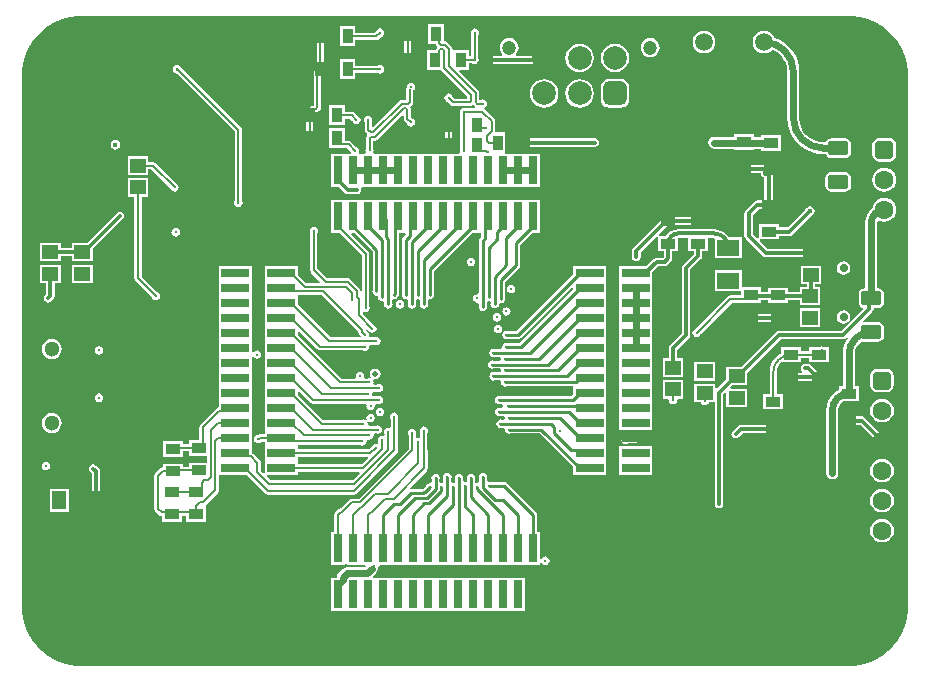
<source format=gbl>
G04*
G04 #@! TF.GenerationSoftware,Altium Limited,Altium Designer,23.11.1 (41)*
G04*
G04 Layer_Physical_Order=4*
G04 Layer_Color=16711680*
%FSLAX44Y44*%
%MOMM*%
G71*
G04*
G04 #@! TF.SameCoordinates,F90B74AA-C0B1-4B74-A68C-C3C570C8A3A3*
G04*
G04*
G04 #@! TF.FilePolarity,Positive*
G04*
G01*
G75*
%ADD10C,0.2500*%
%ADD12C,0.6000*%
%ADD15C,0.2000*%
%ADD19R,1.3000X0.9000*%
%ADD21R,1.3500X1.1500*%
%ADD24C,2.0000*%
%ADD28R,0.9000X1.3000*%
%ADD32R,1.9500X1.4000*%
%ADD68C,1.6000*%
%ADD73C,1.5000*%
%ADD79C,0.3000*%
%ADD80C,7.0000*%
%ADD81C,1.3000*%
%ADD82C,0.7000*%
G04:AMPARAMS|DCode=83|XSize=1.6mm|YSize=1.6mm|CornerRadius=0.4mm|HoleSize=0mm|Usage=FLASHONLY|Rotation=270.000|XOffset=0mm|YOffset=0mm|HoleType=Round|Shape=RoundedRectangle|*
%AMROUNDEDRECTD83*
21,1,1.6000,0.8000,0,0,270.0*
21,1,0.8000,1.6000,0,0,270.0*
1,1,0.8000,-0.4000,-0.4000*
1,1,0.8000,-0.4000,0.4000*
1,1,0.8000,0.4000,0.4000*
1,1,0.8000,0.4000,-0.4000*
%
%ADD83ROUNDEDRECTD83*%
G04:AMPARAMS|DCode=84|XSize=2mm|YSize=2mm|CornerRadius=0.5mm|HoleSize=0mm|Usage=FLASHONLY|Rotation=90.000|XOffset=0mm|YOffset=0mm|HoleType=Round|Shape=RoundedRectangle|*
%AMROUNDEDRECTD84*
21,1,2.0000,1.0000,0,0,90.0*
21,1,1.0000,2.0000,0,0,90.0*
1,1,1.0000,0.5000,0.5000*
1,1,1.0000,0.5000,-0.5000*
1,1,1.0000,-0.5000,-0.5000*
1,1,1.0000,-0.5000,0.5000*
%
%ADD84ROUNDEDRECTD84*%
%ADD85C,1.2000*%
%ADD86C,0.3000*%
%ADD87C,0.5000*%
%ADD88C,0.4000*%
%ADD89R,0.7500X2.4000*%
G04:AMPARAMS|DCode=90|XSize=1.75mm|YSize=1.25mm|CornerRadius=0.3125mm|HoleSize=0mm|Usage=FLASHONLY|Rotation=0.000|XOffset=0mm|YOffset=0mm|HoleType=Round|Shape=RoundedRectangle|*
%AMROUNDEDRECTD90*
21,1,1.7500,0.6250,0,0,0.0*
21,1,1.1250,1.2500,0,0,0.0*
1,1,0.6250,0.5625,-0.3125*
1,1,0.6250,-0.5625,-0.3125*
1,1,0.6250,-0.5625,0.3125*
1,1,0.6250,0.5625,0.3125*
%
%ADD90ROUNDEDRECTD90*%
%ADD91R,1.2000X1.6000*%
%ADD92R,2.4000X0.7500*%
G36*
X700000Y550000D02*
X703277D01*
X709775Y549144D01*
X716106Y547448D01*
X722162Y544940D01*
X727838Y541663D01*
X733038Y537673D01*
X737673Y533038D01*
X741663Y527838D01*
X744940Y522162D01*
X747448Y516106D01*
X749144Y509775D01*
X750000Y503277D01*
Y500000D01*
X750000Y500000D01*
X750000Y500000D01*
X750000Y50000D01*
Y46723D01*
X749145Y40224D01*
X747448Y33893D01*
X744940Y27838D01*
X741663Y22162D01*
X737673Y16962D01*
X733038Y12327D01*
X727838Y8337D01*
X722162Y5060D01*
X716106Y2552D01*
X709775Y856D01*
X703277Y0D01*
X700000Y0D01*
X50000Y0D01*
X46723D01*
X40224Y856D01*
X33893Y2552D01*
X27838Y5060D01*
X22162Y8337D01*
X16962Y12327D01*
X12327Y16962D01*
X8337Y22162D01*
X5060Y27838D01*
X2552Y33893D01*
X856Y40224D01*
X0Y46723D01*
X0Y50000D01*
X0Y500000D01*
Y503277D01*
X856Y509775D01*
X2552Y516106D01*
X5060Y522162D01*
X8337Y527838D01*
X12327Y533038D01*
X16962Y537673D01*
X22162Y541663D01*
X27838Y544940D01*
X33893Y547448D01*
X40224Y549144D01*
X46723Y550000D01*
X50000D01*
X50000Y550000D01*
X700000Y550000D01*
D02*
G37*
%LPC*%
G36*
X282000Y541500D02*
X269000D01*
Y524500D01*
X282000D01*
Y529941D01*
X299729D01*
X299729Y529941D01*
X300900Y530174D01*
X301892Y530837D01*
X303607Y532552D01*
X304366Y532703D01*
X305523Y533477D01*
X306297Y534634D01*
X306569Y536000D01*
X306297Y537366D01*
X305523Y538523D01*
X304366Y539297D01*
X303000Y539569D01*
X301634Y539297D01*
X300477Y538523D01*
X299703Y537366D01*
X299687Y537283D01*
X298462Y536059D01*
X282000D01*
Y541500D01*
D02*
G37*
G36*
X577200Y537582D02*
X574720Y537256D01*
X572409Y536298D01*
X570424Y534776D01*
X568902Y532791D01*
X567944Y530480D01*
X567618Y528000D01*
X567944Y525520D01*
X568902Y523209D01*
X570424Y521225D01*
X572409Y519702D01*
X574720Y518745D01*
X577200Y518418D01*
X579680Y518745D01*
X581991Y519702D01*
X583975Y521225D01*
X585498Y523209D01*
X586455Y525520D01*
X586782Y528000D01*
X586455Y530480D01*
X585498Y532791D01*
X583975Y534776D01*
X581991Y536298D01*
X579680Y537256D01*
X577200Y537582D01*
D02*
G37*
G36*
X531690Y531514D02*
X529602Y531239D01*
X527655Y530433D01*
X525984Y529151D01*
X524702Y527480D01*
X523896Y525533D01*
X523621Y523445D01*
X523896Y521357D01*
X524702Y519411D01*
X525984Y517739D01*
X527655Y516457D01*
X529602Y515651D01*
X531690Y515376D01*
X533778Y515651D01*
X535724Y516457D01*
X537396Y517739D01*
X538678Y519411D01*
X539484Y521357D01*
X539759Y523445D01*
X539484Y525533D01*
X538678Y527480D01*
X537396Y529151D01*
X535724Y530433D01*
X533778Y531239D01*
X531690Y531514D01*
D02*
G37*
G36*
X327500Y538059D02*
X326329Y537826D01*
X325337Y537163D01*
X324837Y536663D01*
X324837Y536663D01*
X324337Y536163D01*
X323674Y535171D01*
X323441Y534000D01*
X323441Y534000D01*
Y513000D01*
X323674Y511829D01*
X324337Y510837D01*
X325330Y510174D01*
X326500Y509941D01*
X327671Y510174D01*
X328663Y510837D01*
X329326Y511829D01*
X329559Y513000D01*
Y532733D01*
X329663Y532837D01*
X330326Y533829D01*
X330559Y535000D01*
X330326Y536171D01*
X329663Y537163D01*
X328671Y537826D01*
X327500Y538059D01*
D02*
G37*
G36*
X412310Y531514D02*
X410222Y531239D01*
X408275Y530433D01*
X406604Y529151D01*
X405322Y527480D01*
X404516Y525533D01*
X404241Y523445D01*
X404516Y521357D01*
X405322Y519411D01*
X406528Y517839D01*
X406387Y517099D01*
X406207Y516569D01*
X394500D01*
X393134Y516297D01*
X391977Y515523D01*
X391203Y514366D01*
X390931Y513000D01*
X391203Y511634D01*
X391977Y510477D01*
X393134Y509703D01*
X394500Y509431D01*
X440445D01*
X441811Y509703D01*
X442968Y510477D01*
X444523Y512032D01*
X445297Y513189D01*
X445569Y514555D01*
X445297Y515921D01*
X444523Y517078D01*
X443366Y517852D01*
X442000Y518124D01*
X440634Y517852D01*
X439477Y517078D01*
X438967Y516569D01*
X418413D01*
X418233Y517099D01*
X418092Y517839D01*
X419298Y519411D01*
X420104Y521357D01*
X420379Y523445D01*
X420104Y525533D01*
X419298Y527480D01*
X418016Y529151D01*
X416344Y530433D01*
X414398Y531239D01*
X412310Y531514D01*
D02*
G37*
G36*
X357000Y543500D02*
X344000D01*
Y526500D01*
X350155D01*
X350295Y525794D01*
X350959Y524802D01*
X351272Y524488D01*
Y523218D01*
X350837Y522784D01*
X350174Y521792D01*
X350116Y521500D01*
X343000D01*
Y504500D01*
X354836D01*
X354958Y504316D01*
X376937Y482338D01*
Y480059D01*
X366267D01*
X364381Y481945D01*
X364297Y482366D01*
X363523Y483523D01*
X362366Y484297D01*
X361000Y484569D01*
X359634Y484297D01*
X358477Y483523D01*
X357703Y482366D01*
X357431Y481000D01*
X357703Y479634D01*
X358477Y478477D01*
X359634Y477703D01*
X360055Y477619D01*
X362837Y474837D01*
X362837Y474837D01*
X363829Y474174D01*
X365000Y473941D01*
X365000Y473941D01*
X378824D01*
X378824Y473941D01*
X379995Y474174D01*
X380987Y474837D01*
X382394Y474448D01*
X383004Y473837D01*
X383004Y473837D01*
X383765Y473329D01*
X383609Y472196D01*
X383554Y472059D01*
X375722D01*
X375366Y472297D01*
X374000Y472569D01*
X372634Y472297D01*
X371477Y471523D01*
X370703Y470366D01*
X370431Y469000D01*
X370703Y467634D01*
X370941Y467278D01*
Y437222D01*
X370703Y436866D01*
X370431Y435500D01*
X370577Y434770D01*
X369716Y433500D01*
X363370D01*
X363300Y433500D01*
X362100D01*
X362030Y433500D01*
X350670D01*
X350600Y433500D01*
X349400D01*
X349330Y433500D01*
X337970D01*
X337900Y433500D01*
X336700D01*
X336630Y433500D01*
X325270D01*
X325200Y433500D01*
X324000D01*
X323930Y433500D01*
X312500D01*
Y433500D01*
X311300D01*
Y433500D01*
X299800D01*
Y433500D01*
X298600D01*
X298013Y433868D01*
X297468Y435095D01*
X297740Y436461D01*
X297468Y437826D01*
X297230Y438183D01*
Y444539D01*
X298926D01*
X298927Y444539D01*
X300097Y444772D01*
X301089Y445435D01*
X321768Y466114D01*
X322941Y465628D01*
Y463000D01*
X322941Y463000D01*
X323174Y461829D01*
X323837Y460837D01*
X325619Y459055D01*
X325703Y458634D01*
X326477Y457477D01*
X327634Y456703D01*
X329000Y456431D01*
X330366Y456703D01*
X331523Y457477D01*
X332297Y458634D01*
X332569Y460000D01*
X332297Y461366D01*
X331523Y462523D01*
X330366Y463297D01*
X329945Y463381D01*
X329059Y464267D01*
Y470671D01*
X329059Y470672D01*
X328826Y471842D01*
X328163Y472834D01*
X328991Y473680D01*
X330163Y474852D01*
X330163Y474852D01*
X330826Y475844D01*
X331059Y477015D01*
X331059Y477015D01*
Y487166D01*
X331523Y487477D01*
X332297Y488634D01*
X332569Y490000D01*
X332297Y491366D01*
X331523Y492523D01*
X330366Y493297D01*
X329000Y493569D01*
X327634Y493297D01*
X326477Y492523D01*
X325703Y491366D01*
X325431Y490000D01*
X325499Y489658D01*
X325174Y489170D01*
X324941Y488000D01*
Y478902D01*
X321515D01*
X320344Y478669D01*
X319352Y478006D01*
X319352Y478006D01*
X297329Y455983D01*
X296059Y456509D01*
Y460528D01*
X296297Y460884D01*
X296569Y462250D01*
X296297Y463616D01*
X295523Y464773D01*
X294366Y465547D01*
X293000Y465819D01*
X291634Y465547D01*
X290477Y464773D01*
X289703Y463616D01*
X289431Y462250D01*
X289703Y460884D01*
X289941Y460528D01*
Y453941D01*
X289941Y453941D01*
X290174Y452771D01*
X290837Y451778D01*
X292382Y450233D01*
Y448963D01*
X292009Y448589D01*
X291346Y447597D01*
X291113Y446427D01*
X291113Y446426D01*
Y438183D01*
X290875Y437826D01*
X290603Y436461D01*
X290875Y435095D01*
X291092Y434770D01*
X290413Y433500D01*
X287100D01*
Y433500D01*
X285900D01*
X285373Y434552D01*
X285324Y434770D01*
X285569Y436000D01*
X285297Y437366D01*
X284523Y438523D01*
X283366Y439297D01*
X282945Y439381D01*
X278663Y443663D01*
X277670Y444326D01*
X276500Y444559D01*
X276500Y444559D01*
X273000D01*
Y455500D01*
X260000D01*
Y438500D01*
X269704D01*
X270000Y438441D01*
X270000Y438441D01*
X275233D01*
X278619Y435055D01*
X278676Y434770D01*
X278592Y434394D01*
X278114Y433500D01*
X274400D01*
Y433500D01*
X273200D01*
Y433500D01*
X273130Y433500D01*
X261700D01*
Y405500D01*
X268153D01*
X273177Y400477D01*
X274334Y399703D01*
X275700Y399431D01*
X283500D01*
X284866Y399703D01*
X286023Y400477D01*
X286797Y401634D01*
X287069Y403000D01*
X286799Y404355D01*
X286805Y404378D01*
X287566Y405500D01*
X298600D01*
Y405500D01*
X299800D01*
Y405500D01*
X311300D01*
Y405500D01*
X312500D01*
Y405500D01*
X323930D01*
X324000Y405500D01*
X325200D01*
X325270Y405500D01*
X336630D01*
X336700Y405500D01*
X337900D01*
X337970Y405500D01*
X349330D01*
X349400Y405500D01*
X350600D01*
X350670Y405500D01*
X362030D01*
X362100Y405500D01*
X363300D01*
X363370Y405500D01*
X374730D01*
X374800Y405500D01*
Y405500D01*
X376000D01*
Y405500D01*
X387500D01*
Y405500D01*
X388700D01*
Y405500D01*
X400130D01*
X400200Y405500D01*
X401400D01*
X401470Y405500D01*
X412900D01*
Y405500D01*
X414100D01*
Y405500D01*
X425600D01*
Y405500D01*
X426800D01*
Y405500D01*
X438300D01*
Y433500D01*
X426800D01*
Y433500D01*
X425600D01*
Y433500D01*
X414100D01*
Y433500D01*
X412900D01*
Y433500D01*
X409652D01*
X409000Y434500D01*
X409000Y434770D01*
Y451500D01*
X401259D01*
X400559Y452354D01*
X400559Y452354D01*
Y461243D01*
X400326Y462413D01*
X399663Y463405D01*
X391906Y471163D01*
X391499Y471435D01*
X391451Y471886D01*
X391626Y472877D01*
X392523Y473477D01*
X393297Y474634D01*
X393569Y476000D01*
X393297Y477366D01*
X392523Y478523D01*
X391366Y479297D01*
X390000Y479569D01*
X388634Y479297D01*
X388324Y479090D01*
X387054Y479340D01*
Y485262D01*
X387054Y485262D01*
X386822Y486432D01*
X386158Y487425D01*
X370256Y503327D01*
X370742Y504500D01*
X378000D01*
Y509941D01*
X381278D01*
X381634Y509703D01*
X383000Y509431D01*
X384366Y509703D01*
X385523Y510477D01*
X386297Y511634D01*
X386569Y513000D01*
X386297Y514366D01*
X386059Y514722D01*
Y533904D01*
X386547Y534634D01*
X386819Y536000D01*
X386547Y537366D01*
X385773Y538523D01*
X384616Y539297D01*
X383250Y539569D01*
X381884Y539297D01*
X380727Y538523D01*
X379953Y537366D01*
X379681Y536000D01*
X379941Y534694D01*
Y516059D01*
X378000D01*
Y521500D01*
X365071D01*
X364704Y521821D01*
X364152Y522419D01*
X363947Y523449D01*
X363284Y524441D01*
X363284Y524441D01*
X359770Y527956D01*
X358777Y528619D01*
X357607Y528852D01*
X357000Y529857D01*
Y543500D01*
D02*
G37*
G36*
X502000Y526659D02*
X498867Y526246D01*
X495948Y525037D01*
X493442Y523114D01*
X491518Y520607D01*
X490309Y517688D01*
X489896Y514555D01*
X490309Y511422D01*
X491518Y508503D01*
X493442Y505997D01*
X495948Y504073D01*
X498867Y502864D01*
X502000Y502451D01*
X505133Y502864D01*
X508052Y504073D01*
X510559Y505997D01*
X512482Y508503D01*
X513691Y511422D01*
X514104Y514555D01*
X513691Y517688D01*
X512482Y520607D01*
X510559Y523114D01*
X508052Y525037D01*
X505133Y526246D01*
X502000Y526659D01*
D02*
G37*
G36*
X472000D02*
X468867Y526246D01*
X465948Y525037D01*
X463442Y523114D01*
X461518Y520607D01*
X460309Y517688D01*
X459896Y514555D01*
X460309Y511422D01*
X461518Y508503D01*
X463442Y505997D01*
X465948Y504073D01*
X468867Y502864D01*
X472000Y502451D01*
X475133Y502864D01*
X478052Y504073D01*
X480559Y505997D01*
X482482Y508503D01*
X483691Y511422D01*
X484104Y514555D01*
X483691Y517688D01*
X482482Y520607D01*
X480559Y523114D01*
X478052Y525037D01*
X475133Y526246D01*
X472000Y526659D01*
D02*
G37*
G36*
X282000Y513500D02*
X269000D01*
Y496500D01*
X282000D01*
Y501941D01*
X301278D01*
X301634Y501703D01*
X303000Y501431D01*
X304366Y501703D01*
X305523Y502477D01*
X306297Y503634D01*
X306569Y505000D01*
X306297Y506366D01*
X305523Y507523D01*
X304366Y508297D01*
X303000Y508569D01*
X301634Y508297D01*
X301278Y508059D01*
X282000D01*
Y513500D01*
D02*
G37*
G36*
X507000Y496615D02*
X497000D01*
X495173Y496375D01*
X493470Y495670D01*
X492007Y494548D01*
X490886Y493085D01*
X490180Y491382D01*
X489940Y489555D01*
Y479555D01*
X490180Y477728D01*
X490886Y476025D01*
X492007Y474563D01*
X493470Y473441D01*
X495173Y472735D01*
X497000Y472495D01*
X507000D01*
X508827Y472735D01*
X510530Y473441D01*
X511992Y474563D01*
X513115Y476025D01*
X513820Y477728D01*
X514060Y479555D01*
Y489555D01*
X513820Y491382D01*
X513115Y493085D01*
X511992Y494548D01*
X510530Y495670D01*
X508827Y496375D01*
X507000Y496615D01*
D02*
G37*
G36*
X472000Y496659D02*
X468867Y496246D01*
X465948Y495037D01*
X463442Y493114D01*
X461518Y490607D01*
X460309Y487688D01*
X459896Y484555D01*
X460309Y481422D01*
X461518Y478503D01*
X463442Y475997D01*
X465948Y474073D01*
X468867Y472864D01*
X472000Y472452D01*
X475133Y472864D01*
X478052Y474073D01*
X480559Y475997D01*
X482482Y478503D01*
X483691Y481422D01*
X484104Y484555D01*
X483691Y487688D01*
X482482Y490607D01*
X480559Y493114D01*
X478052Y495037D01*
X475133Y496246D01*
X472000Y496659D01*
D02*
G37*
G36*
X442000D02*
X438867Y496246D01*
X435948Y495037D01*
X433442Y493114D01*
X431518Y490607D01*
X430309Y487688D01*
X429896Y484555D01*
X430309Y481422D01*
X431518Y478503D01*
X433442Y475997D01*
X435948Y474073D01*
X438867Y472864D01*
X442000Y472452D01*
X445133Y472864D01*
X448052Y474073D01*
X450559Y475997D01*
X452482Y478503D01*
X453691Y481422D01*
X454104Y484555D01*
X453691Y487688D01*
X452482Y490607D01*
X450559Y493114D01*
X448052Y495037D01*
X445133Y496246D01*
X442000Y496659D01*
D02*
G37*
G36*
X252500Y536059D02*
X251329Y535826D01*
X250337Y535163D01*
X249674Y534170D01*
X249441Y533000D01*
Y506267D01*
X247837Y504663D01*
X247174Y503671D01*
X246941Y502500D01*
X246941Y502500D01*
Y474547D01*
X245830Y474326D01*
X244837Y473663D01*
X241337Y470163D01*
X240674Y469170D01*
X240441Y468000D01*
X240441Y468000D01*
Y447000D01*
X240674Y445830D01*
X241337Y444837D01*
X242330Y444174D01*
X243500Y443941D01*
X244671Y444174D01*
X245663Y444837D01*
X246326Y445830D01*
X246559Y447000D01*
Y466733D01*
X248267Y468441D01*
X248828D01*
X248828Y468441D01*
X249999Y468674D01*
X250991Y469337D01*
X252163Y470509D01*
X252163Y470509D01*
X252826Y471501D01*
X253059Y472672D01*
X253059Y472672D01*
Y501233D01*
X254663Y502837D01*
X255326Y503829D01*
X255559Y505000D01*
X255559Y505000D01*
Y533000D01*
X255326Y534170D01*
X254663Y535163D01*
X253671Y535826D01*
X252500Y536059D01*
D02*
G37*
G36*
X273000Y474500D02*
X260000D01*
Y457500D01*
X273000D01*
Y462941D01*
X277983D01*
X279620Y461305D01*
X279703Y460884D01*
X280477Y459727D01*
X281634Y458953D01*
X283000Y458681D01*
X284366Y458953D01*
X285523Y459727D01*
X286297Y460884D01*
X286569Y462250D01*
X286297Y463616D01*
X285523Y464773D01*
X284366Y465547D01*
X283945Y465631D01*
X281413Y468163D01*
X280420Y468826D01*
X279250Y469059D01*
X279250Y469059D01*
X273000D01*
Y474500D01*
D02*
G37*
G36*
X485000Y446569D02*
X425500D01*
X424134Y446297D01*
X422977Y445523D01*
X422203Y444366D01*
X421931Y443000D01*
X422203Y441634D01*
X422977Y440477D01*
X424134Y439703D01*
X425500Y439431D01*
X485000D01*
X486366Y439703D01*
X487523Y440477D01*
X488297Y441634D01*
X488569Y443000D01*
X488297Y444366D01*
X487523Y445523D01*
X486366Y446297D01*
X485000Y446569D01*
D02*
G37*
G36*
X79000Y445078D02*
X77439Y444768D01*
X76116Y443884D01*
X75232Y442561D01*
X74922Y441000D01*
X75232Y439439D01*
X76116Y438116D01*
X77439Y437232D01*
X79000Y436922D01*
X80561Y437232D01*
X81884Y438116D01*
X82768Y439439D01*
X83078Y441000D01*
X82768Y442561D01*
X81884Y443884D01*
X80561Y444768D01*
X79000Y445078D01*
D02*
G37*
G36*
X619500Y450000D02*
X602500D01*
Y448098D01*
X586000D01*
X584049Y447710D01*
X582395Y446605D01*
X581290Y444951D01*
X580902Y443000D01*
X581290Y441049D01*
X582395Y439395D01*
X584049Y438290D01*
X586000Y437902D01*
X602500D01*
Y437000D01*
X619500D01*
Y437402D01*
X625500D01*
Y436000D01*
X642500D01*
Y449000D01*
X625500D01*
Y447598D01*
X619500D01*
Y450000D01*
D02*
G37*
G36*
X361500Y464059D02*
X360330Y463826D01*
X359337Y463163D01*
X358674Y462170D01*
X358441Y461000D01*
X358674Y459829D01*
X359337Y458837D01*
X359441Y458733D01*
Y458000D01*
X359674Y456829D01*
X360006Y456332D01*
X358837Y455163D01*
X358174Y454170D01*
X357941Y453000D01*
X357941Y453000D01*
Y439000D01*
X358174Y437830D01*
X358837Y436837D01*
X359829Y436174D01*
X361000Y435941D01*
X362170Y436174D01*
X363163Y436837D01*
X363826Y437830D01*
X364059Y439000D01*
Y451733D01*
X365163Y452837D01*
X365826Y453829D01*
X366059Y455000D01*
X365826Y456171D01*
X365340Y456898D01*
X365559Y458000D01*
Y460000D01*
X365326Y461171D01*
X364663Y462163D01*
X363663Y463163D01*
X362671Y463826D01*
X361500Y464059D01*
D02*
G37*
G36*
X628000Y537582D02*
X625520Y537256D01*
X623209Y536298D01*
X621225Y534776D01*
X619702Y532791D01*
X618745Y530480D01*
X618418Y528000D01*
X618745Y525520D01*
X619702Y523209D01*
X621225Y521225D01*
X623209Y519702D01*
X625520Y518745D01*
X628000Y518418D01*
X630480Y518745D01*
X632791Y519702D01*
X634775Y521225D01*
X635079Y521620D01*
X635642Y521449D01*
X639094Y519604D01*
X642120Y517120D01*
X644604Y514094D01*
X646449Y510642D01*
X647586Y506896D01*
X647947Y503226D01*
X647902Y503000D01*
Y463650D01*
X647909Y463617D01*
X648281Y458880D01*
X649398Y454227D01*
X651230Y449806D01*
X653730Y445726D01*
X656837Y442088D01*
X660476Y438980D01*
X664556Y436480D01*
X668977Y434649D01*
X673630Y433531D01*
X678367Y433159D01*
X678400Y433152D01*
X680542D01*
X680547Y433125D01*
X681680Y431430D01*
X683375Y430297D01*
X685375Y429900D01*
X696625D01*
X698625Y430297D01*
X700320Y431430D01*
X701453Y433125D01*
X701850Y435125D01*
Y441375D01*
X701453Y443375D01*
X700320Y445070D01*
X698625Y446203D01*
X696625Y446600D01*
X685375D01*
X683375Y446203D01*
X681680Y445070D01*
X680547Y443375D01*
X680542Y443348D01*
X678400D01*
X678168Y443302D01*
X674426Y443670D01*
X670604Y444829D01*
X667082Y446712D01*
X663995Y449245D01*
X661462Y452332D01*
X659580Y455854D01*
X658420Y459676D01*
X658052Y463418D01*
X658098Y463650D01*
Y503000D01*
X658089Y503043D01*
X657722Y507707D01*
X656620Y512299D01*
X654813Y516662D01*
X652346Y520688D01*
X649279Y524279D01*
X645688Y527346D01*
X641662Y529813D01*
X637299Y531620D01*
X636726Y531758D01*
X636298Y532791D01*
X634775Y534776D01*
X632791Y536298D01*
X630480Y537256D01*
X628000Y537582D01*
D02*
G37*
G36*
X734000Y447118D02*
X726000D01*
X723659Y446652D01*
X721674Y445326D01*
X720348Y443341D01*
X719883Y441000D01*
Y433000D01*
X720348Y430659D01*
X721674Y428674D01*
X723659Y427348D01*
X726000Y426883D01*
X734000D01*
X736341Y427348D01*
X738326Y428674D01*
X739652Y430659D01*
X740117Y433000D01*
Y441000D01*
X739652Y443341D01*
X738326Y445326D01*
X736341Y446652D01*
X734000Y447118D01*
D02*
G37*
G36*
X730000Y421686D02*
X727390Y421343D01*
X724957Y420335D01*
X722868Y418732D01*
X721265Y416643D01*
X720257Y414211D01*
X719914Y411600D01*
X720257Y408989D01*
X721265Y406557D01*
X722868Y404468D01*
X724957Y402865D01*
X727390Y401857D01*
X730000Y401514D01*
X732610Y401857D01*
X735043Y402865D01*
X737132Y404468D01*
X738735Y406557D01*
X739743Y408989D01*
X740086Y411600D01*
X739743Y414211D01*
X738735Y416643D01*
X737132Y418732D01*
X735043Y420335D01*
X732610Y421343D01*
X730000Y421686D01*
D02*
G37*
G36*
X106750Y431250D02*
X89250D01*
Y415750D01*
X106750D01*
Y420441D01*
X109233D01*
X125619Y404055D01*
X125703Y403634D01*
X126477Y402477D01*
X127634Y401703D01*
X129000Y401431D01*
X130366Y401703D01*
X131523Y402477D01*
X132297Y403634D01*
X132569Y405000D01*
X132297Y406366D01*
X131523Y407523D01*
X130366Y408297D01*
X129945Y408381D01*
X112663Y425663D01*
X111671Y426326D01*
X110500Y426559D01*
X110500Y426559D01*
X106750D01*
Y431250D01*
D02*
G37*
G36*
X696625Y418100D02*
X685375D01*
X683375Y417703D01*
X681680Y416570D01*
X680547Y414875D01*
X680150Y412875D01*
Y406625D01*
X680547Y404625D01*
X681680Y402930D01*
X683375Y401797D01*
X685375Y401400D01*
X696625D01*
X698625Y401797D01*
X700320Y402930D01*
X701453Y404625D01*
X701850Y406625D01*
Y412875D01*
X701453Y414875D01*
X700320Y416570D01*
X698625Y417703D01*
X696625Y418100D01*
D02*
G37*
G36*
X414100Y394500D02*
X412900D01*
Y394500D01*
X401470D01*
X401400Y394500D01*
Y394500D01*
X400200D01*
Y394500D01*
X388770D01*
X388700Y394500D01*
X387500D01*
X387430Y394500D01*
X376070D01*
X376000Y394500D01*
Y394500D01*
X374800D01*
Y394500D01*
X363370D01*
X363300Y394500D01*
Y394500D01*
X362100D01*
Y394500D01*
X350670D01*
X350600Y394500D01*
Y394500D01*
X349400D01*
Y394500D01*
X337970D01*
X337900Y394500D01*
Y394500D01*
X336700D01*
Y394500D01*
X325270D01*
X325200Y394500D01*
X324000D01*
X323930Y394500D01*
X312500D01*
Y394500D01*
X311300D01*
Y394500D01*
X311230Y394500D01*
X299800D01*
Y394500D01*
X298600D01*
Y394500D01*
X298530Y394500D01*
X287100D01*
Y394500D01*
X285900D01*
Y394500D01*
X285830Y394500D01*
X274400D01*
Y394500D01*
X273200D01*
Y394500D01*
X273130Y394500D01*
X261700D01*
Y366500D01*
X268874D01*
X287906Y347468D01*
Y315343D01*
X286636Y314665D01*
X286472Y314774D01*
Y317243D01*
X286472Y317244D01*
X286239Y318414D01*
X285576Y319407D01*
X285576Y319407D01*
X277720Y327263D01*
X276727Y327926D01*
X275557Y328159D01*
X275557Y328159D01*
X258167D01*
X250059Y336267D01*
Y366278D01*
X250297Y366634D01*
X250569Y368000D01*
X250297Y369366D01*
X249523Y370523D01*
X248366Y371297D01*
X247000Y371569D01*
X245634Y371297D01*
X244477Y370523D01*
X243703Y369366D01*
X243431Y368000D01*
X243703Y366634D01*
X243941Y366278D01*
Y335000D01*
X243941Y335000D01*
X244174Y333829D01*
X244837Y332837D01*
X252342Y325332D01*
X251856Y324159D01*
X240467D01*
X233500Y331126D01*
Y338300D01*
X205500D01*
Y326870D01*
X205500Y326800D01*
X205500D01*
Y325600D01*
X205500D01*
Y314170D01*
X205500Y314100D01*
X205500D01*
Y312900D01*
X205500D01*
Y301470D01*
X205500Y301400D01*
X205500D01*
Y300200D01*
X205500D01*
Y288770D01*
X205500Y288700D01*
X205500D01*
Y287500D01*
X205500D01*
Y276070D01*
X205500Y276000D01*
X205500D01*
Y274800D01*
X205500D01*
Y263370D01*
X205500Y263300D01*
X205500D01*
Y262100D01*
X205500D01*
Y250670D01*
X205500Y250600D01*
X205500D01*
Y249400D01*
X205500D01*
Y237970D01*
X205500Y237900D01*
X205500D01*
Y236700D01*
X205500D01*
Y225270D01*
X205500Y225200D01*
X205500D01*
Y224000D01*
X205500D01*
Y212570D01*
X205500Y212500D01*
X205500D01*
Y211300D01*
X205500D01*
Y199870D01*
X205500Y199800D01*
X205500D01*
Y198600D01*
X205500D01*
Y195909D01*
X201121D01*
X201121Y195909D01*
X199950Y195676D01*
X199700Y195509D01*
X198634Y195297D01*
X197477Y194523D01*
X196703Y193366D01*
X196431Y192000D01*
X196703Y190634D01*
X197477Y189477D01*
X198634Y188703D01*
X200000Y188431D01*
X201366Y188703D01*
X202523Y189477D01*
X202734Y189791D01*
X205500D01*
Y187170D01*
X205500Y187100D01*
Y185900D01*
X205500Y185830D01*
Y174400D01*
X205500D01*
Y173200D01*
X205500D01*
Y163485D01*
X204327Y162999D01*
X202059Y165267D01*
Y172000D01*
X202059Y172000D01*
X201826Y173171D01*
X201163Y174163D01*
X195763Y179563D01*
X194771Y180226D01*
X194500Y180280D01*
Y185900D01*
X194500D01*
Y187100D01*
X194500D01*
Y198600D01*
X194500D01*
Y199800D01*
X194500D01*
Y211300D01*
X194500D01*
Y212500D01*
X194500D01*
Y223930D01*
X194500Y224000D01*
Y225200D01*
X194500Y225270D01*
Y236630D01*
X194500Y236700D01*
Y237900D01*
X194500Y237970D01*
Y249330D01*
X194500Y249400D01*
Y250600D01*
X194500Y250670D01*
Y261823D01*
X195703Y262134D01*
X196477Y260977D01*
X197634Y260203D01*
X199000Y259931D01*
X200366Y260203D01*
X201523Y260977D01*
X202297Y262134D01*
X202569Y263500D01*
X202297Y264866D01*
X201523Y266023D01*
X200366Y266797D01*
X199000Y267069D01*
X197634Y266797D01*
X196477Y266023D01*
X196428Y265950D01*
X194703Y265615D01*
X194500Y265752D01*
Y274730D01*
X194500Y274800D01*
Y276000D01*
X194500Y276070D01*
Y287430D01*
X194500Y287500D01*
Y288700D01*
X194500Y288770D01*
Y300130D01*
X194500Y300200D01*
Y301400D01*
X194500Y301470D01*
Y312830D01*
X194500Y312900D01*
Y314100D01*
X194500Y314170D01*
Y325530D01*
X194500Y325600D01*
Y326800D01*
X194500Y326870D01*
Y338300D01*
X166500D01*
Y326870D01*
X166500Y326800D01*
Y325600D01*
X166500Y325530D01*
Y314170D01*
X166500Y314100D01*
Y312900D01*
X166500Y312830D01*
Y301470D01*
X166500Y301400D01*
Y300200D01*
X166500Y300130D01*
Y288770D01*
X166500Y288700D01*
Y287500D01*
X166500Y287430D01*
Y276070D01*
X166500Y276000D01*
Y274800D01*
X166500Y274730D01*
Y263370D01*
X166500Y263300D01*
Y262100D01*
X166500Y262030D01*
Y250670D01*
X166500Y250600D01*
Y249400D01*
X166500Y249330D01*
Y237970D01*
X166500Y237900D01*
Y236700D01*
X166500Y236630D01*
Y225270D01*
X166500Y225200D01*
Y224000D01*
X166500Y223930D01*
Y218862D01*
X165708Y218705D01*
X164716Y218042D01*
X164716Y218041D01*
X150837Y204163D01*
X150174Y203171D01*
X149941Y202000D01*
X149941Y202000D01*
Y191000D01*
X141500D01*
Y187559D01*
X136500D01*
Y190000D01*
X119500D01*
Y177000D01*
X136500D01*
Y181441D01*
X141500D01*
Y178000D01*
X156441D01*
Y172000D01*
X141500D01*
Y168559D01*
X136500D01*
Y171000D01*
X119500D01*
Y168059D01*
X119000D01*
X117829Y167826D01*
X116837Y167163D01*
X116837Y167163D01*
X112837Y163163D01*
X112174Y162171D01*
X111941Y161000D01*
X111941Y161000D01*
Y133000D01*
X111941Y133000D01*
X112174Y131830D01*
X112837Y130837D01*
X115837Y127837D01*
X115837Y127837D01*
X116830Y127174D01*
X118000Y126941D01*
X118500Y125864D01*
Y122000D01*
X135500D01*
Y126941D01*
X138500D01*
Y122000D01*
X155500D01*
Y135000D01*
X155500D01*
X155342Y136205D01*
X155338Y136270D01*
X165663Y146594D01*
X166326Y147587D01*
X166559Y148757D01*
X166559Y148757D01*
Y161700D01*
X190174D01*
X206037Y145837D01*
X206037Y145837D01*
X207029Y145174D01*
X208200Y144941D01*
X280678D01*
X280678Y144941D01*
X281848Y145174D01*
X282840Y145837D01*
X317163Y180159D01*
X317163Y180159D01*
X317826Y181152D01*
X318059Y182322D01*
Y209278D01*
X318297Y209634D01*
X318569Y211000D01*
X318297Y212366D01*
X317523Y213523D01*
X316366Y214297D01*
X315000Y214569D01*
X313634Y214297D01*
X312477Y213523D01*
X311703Y212366D01*
X311431Y211000D01*
X311703Y209634D01*
X311941Y209278D01*
Y202323D01*
X310671Y201435D01*
X310000Y201569D01*
X308634Y201297D01*
X307477Y200523D01*
X306703Y199366D01*
X306431Y198000D01*
X306703Y196634D01*
X306941Y196278D01*
Y195324D01*
X305671Y194435D01*
X305000Y194569D01*
X303634Y194297D01*
X302477Y193523D01*
X301703Y192366D01*
X301431Y191000D01*
X301703Y189634D01*
X301126Y188412D01*
X300671Y188135D01*
X299750Y188319D01*
X298384Y188047D01*
X297227Y187273D01*
X296453Y186116D01*
X296437Y186033D01*
X293612Y183209D01*
X233500D01*
Y185771D01*
X233500Y185900D01*
X233811Y187041D01*
X262066D01*
X262569Y186941D01*
X262569Y186941D01*
X286278D01*
X286634Y186703D01*
X288000Y186431D01*
X289366Y186703D01*
X290523Y187477D01*
X291297Y188634D01*
X291569Y190000D01*
X291435Y190671D01*
X291607Y190930D01*
X292634Y191703D01*
X294000Y191431D01*
X295366Y191703D01*
X296523Y192477D01*
X297297Y193634D01*
X297569Y195000D01*
X297435Y195671D01*
X298323Y196941D01*
X299278D01*
X299634Y196703D01*
X301000Y196431D01*
X302366Y196703D01*
X303523Y197477D01*
X304297Y198634D01*
X304569Y200000D01*
X304297Y201366D01*
X303523Y202523D01*
X302366Y203297D01*
X301000Y203569D01*
X299634Y203297D01*
X299278Y203059D01*
X293323D01*
X292435Y204329D01*
X292569Y205000D01*
X292365Y206024D01*
X293268Y206806D01*
X293394Y206863D01*
X293634Y206703D01*
X295000Y206431D01*
X296366Y206703D01*
X297523Y207477D01*
X298297Y208634D01*
X298569Y210000D01*
X298297Y211366D01*
X297523Y212523D01*
X296366Y213297D01*
X295000Y213569D01*
X293634Y213297D01*
X292477Y212523D01*
X291703Y211366D01*
X291431Y210000D01*
X291635Y208976D01*
X290732Y208194D01*
X290606Y208137D01*
X290366Y208297D01*
X289000Y208569D01*
X287634Y208297D01*
X287278Y208059D01*
X254967D01*
X233500Y229526D01*
Y231915D01*
X234673Y232401D01*
X244237Y222837D01*
X245229Y222174D01*
X246400Y221941D01*
X290676D01*
X291565Y220671D01*
X291431Y220000D01*
X291703Y218634D01*
X292477Y217477D01*
X293634Y216703D01*
X295000Y216431D01*
X296366Y216703D01*
X297523Y217477D01*
X298297Y218634D01*
X298569Y220000D01*
X298435Y220671D01*
X299324Y221941D01*
X300278D01*
X300634Y221703D01*
X302000Y221431D01*
X303366Y221703D01*
X304523Y222477D01*
X305297Y223634D01*
X305569Y225000D01*
X305297Y226366D01*
X304523Y227523D01*
X303366Y228297D01*
X302000Y228569D01*
X300634Y228297D01*
X300278Y228059D01*
X297323D01*
X296435Y229329D01*
X296569Y230000D01*
X296435Y230671D01*
X297323Y231941D01*
X300278D01*
X300634Y231703D01*
X302000Y231431D01*
X303366Y231703D01*
X304523Y232477D01*
X305297Y233634D01*
X305569Y235000D01*
X305297Y236366D01*
X304523Y237523D01*
X303366Y238297D01*
X302000Y238569D01*
X300634Y238297D01*
X300278Y238059D01*
X298323D01*
X297435Y239329D01*
X297569Y240000D01*
X297297Y241366D01*
X297227Y241469D01*
X297991Y242612D01*
X299000Y242412D01*
X300756Y242761D01*
X302244Y243756D01*
X303239Y245244D01*
X303588Y247000D01*
X303239Y248756D01*
X302244Y250244D01*
X300756Y251239D01*
X299000Y251588D01*
X297244Y251239D01*
X295756Y250244D01*
X294761Y248756D01*
X294412Y247000D01*
X294761Y245244D01*
X295171Y244631D01*
X294407Y243487D01*
X294000Y243569D01*
X292634Y243297D01*
X292278Y243059D01*
X290324D01*
X289435Y244329D01*
X289569Y245000D01*
X289297Y246366D01*
X288523Y247523D01*
X287366Y248297D01*
X286000Y248569D01*
X284634Y248297D01*
X283477Y247523D01*
X282703Y246366D01*
X282431Y245000D01*
X282565Y244329D01*
X281677Y243059D01*
X270767D01*
X233500Y280326D01*
Y282715D01*
X234673Y283201D01*
X250037Y267837D01*
X250037Y267837D01*
X251029Y267174D01*
X252200Y266941D01*
X252200Y266941D01*
X288278D01*
X288634Y266703D01*
X290000Y266431D01*
X291366Y266703D01*
X292523Y267477D01*
X293297Y268634D01*
X293569Y270000D01*
X293435Y270671D01*
X294324Y271941D01*
X298278D01*
X298634Y271703D01*
X300000Y271431D01*
X301366Y271703D01*
X302523Y272477D01*
X303297Y273634D01*
X303569Y275000D01*
X303297Y276366D01*
X302523Y277523D01*
X301366Y278297D01*
X300000Y278569D01*
X298634Y278297D01*
X298278Y278059D01*
X294324D01*
X293435Y279329D01*
X293569Y280000D01*
X293297Y281366D01*
X292523Y282523D01*
X291366Y283297D01*
X290956Y284032D01*
X291048Y284410D01*
X291911Y285455D01*
X292179Y285495D01*
X293119Y284555D01*
X293203Y284134D01*
X293977Y282977D01*
X295134Y282203D01*
X296500Y281931D01*
X297866Y282203D01*
X299023Y282977D01*
X299797Y284134D01*
X300068Y285500D01*
X299797Y286866D01*
X299023Y288023D01*
X297866Y288797D01*
X297445Y288881D01*
X288253Y298073D01*
X288356Y299151D01*
X289471Y299846D01*
X290773Y299587D01*
X292139Y299859D01*
X293297Y300632D01*
X294070Y301790D01*
X294342Y303156D01*
X294070Y304521D01*
X294023Y304592D01*
Y348735D01*
X294023Y348736D01*
X293790Y349906D01*
X293127Y350898D01*
X278699Y365327D01*
X279185Y366500D01*
X281214D01*
X296686Y351027D01*
Y318281D01*
X296431Y317000D01*
X296703Y315634D01*
X297477Y314477D01*
X298634Y313703D01*
X300000Y313431D01*
X300416Y313514D01*
X300449Y313508D01*
X301519Y312439D01*
X301431Y312000D01*
X301703Y310634D01*
X302477Y309477D01*
X303634Y308703D01*
X305000Y308431D01*
X305416Y308514D01*
X306686Y307506D01*
Y307281D01*
X306431Y306000D01*
X306703Y304634D01*
X307477Y303477D01*
X308634Y302703D01*
X310000Y302431D01*
X311366Y302703D01*
X312523Y303477D01*
X313297Y304634D01*
X313569Y306000D01*
X313314Y307281D01*
Y309506D01*
X314584Y310514D01*
X315000Y310431D01*
X316366Y310703D01*
X317523Y311477D01*
X318297Y312634D01*
X318357Y312937D01*
X318811Y313617D01*
X319064Y314885D01*
Y366500D01*
X323866D01*
X324000Y366500D01*
X324436Y366376D01*
X324716Y364976D01*
X322657Y362917D01*
X321939Y361842D01*
X321686Y360574D01*
Y315282D01*
X321431Y314000D01*
X321703Y312634D01*
X322477Y311477D01*
X323634Y310703D01*
X325000Y310431D01*
X325416Y310514D01*
X326686Y309506D01*
Y307281D01*
X326431Y306000D01*
X326703Y304634D01*
X327477Y303477D01*
X328634Y302703D01*
X330000Y302431D01*
X331366Y302703D01*
X332523Y303477D01*
X333297Y304634D01*
X333569Y306000D01*
X333314Y307281D01*
Y309506D01*
X334584Y310514D01*
X335000Y310431D01*
X335416Y310514D01*
X336686Y309506D01*
Y307281D01*
X336431Y306000D01*
X336703Y304634D01*
X337477Y303477D01*
X338634Y302703D01*
X340000Y302431D01*
X341366Y302703D01*
X342523Y303477D01*
X343297Y304634D01*
X343569Y306000D01*
X343314Y307281D01*
Y309506D01*
X344584Y310514D01*
X345000Y310431D01*
X346366Y310703D01*
X347523Y311477D01*
X348297Y312634D01*
X348569Y314000D01*
X348314Y315282D01*
Y334127D01*
X380686Y366500D01*
X387366D01*
X387500Y366500D01*
X388636Y366177D01*
Y363164D01*
X387657Y362185D01*
X386939Y361110D01*
X386686Y359842D01*
Y315578D01*
X385416Y314536D01*
X385250Y314569D01*
X383884Y314297D01*
X382727Y313523D01*
X381953Y312366D01*
X381681Y311000D01*
X381953Y309634D01*
X382727Y308477D01*
X383884Y307703D01*
X385250Y307431D01*
X385416Y307465D01*
X386686Y306422D01*
Y305282D01*
X386431Y304000D01*
X386703Y302634D01*
X387477Y301477D01*
X388634Y300703D01*
X390000Y300431D01*
X391366Y300703D01*
X392523Y301477D01*
X393297Y302634D01*
X393569Y304000D01*
X393314Y305282D01*
Y307906D01*
X394584Y308928D01*
X394970Y308851D01*
X395515Y308960D01*
X396785Y308012D01*
Y307483D01*
X396753Y307436D01*
X396481Y306070D01*
X396753Y304704D01*
X397527Y303547D01*
X398684Y302773D01*
X400050Y302501D01*
X401416Y302773D01*
X402573Y303547D01*
X403347Y304704D01*
X403619Y306070D01*
X403561Y306360D01*
X404637Y307348D01*
X404682Y307356D01*
X405336Y307227D01*
X406701Y307498D01*
X407859Y308272D01*
X408632Y309429D01*
X408904Y310795D01*
X408649Y312076D01*
Y324963D01*
X420394Y336708D01*
X421112Y337783D01*
X421364Y339051D01*
Y356378D01*
X431486Y366500D01*
X438300D01*
Y394500D01*
X426870D01*
X426800Y394500D01*
Y394500D01*
X425600D01*
Y394500D01*
X414170D01*
X414100Y394500D01*
Y394500D01*
D02*
G37*
G36*
X131000Y508569D02*
X129634Y508297D01*
X128477Y507523D01*
X127703Y506366D01*
X127431Y505000D01*
X127703Y503634D01*
X128477Y502477D01*
X129634Y501703D01*
X131000Y501431D01*
X131202Y501472D01*
X179941Y452733D01*
Y393722D01*
X179703Y393366D01*
X179431Y392000D01*
X179703Y390634D01*
X180477Y389477D01*
X181634Y388703D01*
X183000Y388431D01*
X184366Y388703D01*
X185523Y389477D01*
X186297Y390634D01*
X186569Y392000D01*
X186297Y393366D01*
X186059Y393722D01*
Y454000D01*
X186059Y454000D01*
X185826Y455171D01*
X185163Y456163D01*
X185163Y456163D01*
X134354Y506972D01*
X133362Y507635D01*
X133355Y507636D01*
X132366Y508297D01*
X131000Y508569D01*
D02*
G37*
G36*
X730000Y396286D02*
X727390Y395943D01*
X724957Y394935D01*
X722868Y393332D01*
X721265Y391243D01*
X720257Y388811D01*
X720123Y387793D01*
X718632Y386568D01*
X716632Y384132D01*
X715146Y381353D01*
X714231Y378337D01*
X713943Y375405D01*
X713902Y375200D01*
Y319600D01*
X713375D01*
X711375Y319203D01*
X709680Y318070D01*
X708547Y316375D01*
X708150Y314375D01*
Y308125D01*
X708547Y306125D01*
X709680Y304430D01*
X711375Y303297D01*
X711618Y303249D01*
X711987Y302034D01*
X693522Y283569D01*
X640750D01*
X639384Y283297D01*
X638227Y282523D01*
X608703Y253000D01*
X596250D01*
Y242547D01*
X588020Y234317D01*
X586750Y234843D01*
Y238500D01*
X569250D01*
Y223000D01*
X574630D01*
X574703Y222634D01*
X575477Y221477D01*
X576634Y220703D01*
X578000Y220431D01*
X579366Y220703D01*
X580523Y221477D01*
X581297Y222634D01*
X581370Y223000D01*
X586431D01*
Y137000D01*
X586703Y135634D01*
X587477Y134477D01*
X588634Y133703D01*
X590000Y133431D01*
X591366Y133703D01*
X592523Y134477D01*
X593297Y135634D01*
X593569Y137000D01*
Y229772D01*
X595077Y231280D01*
X596250Y230794D01*
Y219000D01*
X613750D01*
Y234500D01*
X599956D01*
X599470Y235673D01*
X601297Y237500D01*
X613750D01*
Y247953D01*
X642228Y276431D01*
X695000D01*
X696366Y276703D01*
X697523Y277477D01*
X697952Y277905D01*
X698948Y277148D01*
X696720Y272979D01*
X695347Y268455D01*
X694884Y263750D01*
X694902D01*
Y237000D01*
X691500D01*
Y233500D01*
X689393Y232374D01*
X686500Y230000D01*
X684126Y227107D01*
X682361Y223806D01*
X681275Y220225D01*
X680914Y216560D01*
X680902Y216500D01*
Y163000D01*
X681290Y161049D01*
X682395Y159395D01*
X684049Y158290D01*
X686000Y157902D01*
X687951Y158290D01*
X689605Y159395D01*
X690710Y161049D01*
X691098Y163000D01*
Y216500D01*
X691069Y216644D01*
X691355Y218816D01*
X692249Y220975D01*
X693672Y222828D01*
X695199Y224000D01*
X708500D01*
Y237000D01*
X705098D01*
Y263750D01*
X705043Y264024D01*
X705484Y267372D01*
X706882Y270746D01*
X709106Y273644D01*
X710965Y275071D01*
X711375Y274797D01*
X713375Y274400D01*
X724625D01*
X726625Y274797D01*
X728320Y275930D01*
X729453Y277625D01*
X729850Y279625D01*
Y285875D01*
X729453Y287875D01*
X728320Y289570D01*
X726625Y290703D01*
X724625Y291100D01*
X713375D01*
X712836Y290993D01*
X712210Y292164D01*
X719781Y299734D01*
X720554Y300892D01*
X720826Y302257D01*
Y302900D01*
X724625D01*
X726625Y303297D01*
X728320Y304430D01*
X729453Y306125D01*
X729850Y308125D01*
Y314375D01*
X729453Y316375D01*
X728320Y318070D01*
X726625Y319203D01*
X724625Y319600D01*
X724098D01*
Y375200D01*
X724055Y375416D01*
X724258Y376437D01*
X724308Y376512D01*
X725696Y377159D01*
X727390Y376457D01*
X730000Y376114D01*
X732610Y376457D01*
X735043Y377465D01*
X737132Y379068D01*
X738735Y381157D01*
X739743Y383590D01*
X740086Y386200D01*
X739743Y388811D01*
X738735Y391243D01*
X737132Y393332D01*
X735043Y394935D01*
X732610Y395943D01*
X730000Y396286D01*
D02*
G37*
G36*
X130000Y370519D02*
X128634Y370247D01*
X127477Y369473D01*
X126703Y368316D01*
X126431Y366950D01*
X126703Y365584D01*
X127477Y364427D01*
X128634Y363653D01*
X130000Y363381D01*
X131366Y363653D01*
X132523Y364427D01*
X133297Y365584D01*
X133569Y366950D01*
X133297Y368316D01*
X132523Y369473D01*
X131366Y370247D01*
X130000Y370519D01*
D02*
G37*
G36*
X83000Y384569D02*
X82750D01*
X81384Y384297D01*
X80227Y383523D01*
X54703Y358000D01*
X42250D01*
Y353819D01*
X32750D01*
Y358000D01*
X15250D01*
Y342500D01*
X32750D01*
Y346681D01*
X42250D01*
Y342500D01*
X59750D01*
Y352953D01*
X84770Y377973D01*
X85523Y378477D01*
X86297Y379634D01*
X86569Y381000D01*
X86297Y382366D01*
X85523Y383523D01*
X84366Y384297D01*
X83000Y384569D01*
D02*
G37*
G36*
X629000Y424069D02*
X611000D01*
X609634Y423797D01*
X608477Y423023D01*
X607703Y421866D01*
X607431Y420500D01*
X607703Y419134D01*
X608477Y417977D01*
X609634Y417203D01*
X611000Y416931D01*
X625681D01*
Y416750D01*
X625953Y415384D01*
X626727Y414227D01*
X627884Y413453D01*
X628431Y413344D01*
Y394069D01*
X622500D01*
X621134Y393797D01*
X619977Y393023D01*
X612477Y385523D01*
X611703Y384366D01*
X611431Y383000D01*
Y364000D01*
X611703Y362634D01*
X612477Y361477D01*
X627227Y346727D01*
X628384Y345953D01*
X629750Y345681D01*
X668000D01*
X669366Y345953D01*
X670523Y346727D01*
X671297Y347884D01*
X671569Y349250D01*
X671297Y350616D01*
X670523Y351773D01*
X669366Y352547D01*
X668000Y352819D01*
X631228D01*
X624317Y359730D01*
X624843Y361000D01*
X640500D01*
Y363931D01*
X649500D01*
X650866Y364203D01*
X652023Y364977D01*
X668209Y381162D01*
X668561Y381232D01*
X669884Y382116D01*
X670768Y383439D01*
X671078Y385000D01*
X670768Y386561D01*
X669884Y387884D01*
X668561Y388768D01*
X667000Y389078D01*
X665439Y388768D01*
X664116Y387884D01*
X663232Y386561D01*
X663162Y386209D01*
X648022Y371069D01*
X640500D01*
Y374000D01*
X623500D01*
Y362343D01*
X622230Y361817D01*
X618569Y365478D01*
Y381522D01*
X623978Y386931D01*
X632000D01*
X633366Y387203D01*
X634523Y387977D01*
X635297Y389134D01*
X635569Y390500D01*
Y416500D01*
X635297Y417866D01*
X634523Y419023D01*
X634273Y419273D01*
X633116Y420047D01*
X632819Y420106D01*
Y420250D01*
X632547Y421616D01*
X631773Y422773D01*
X631523Y423023D01*
X630366Y423797D01*
X629000Y424069D01*
D02*
G37*
G36*
X572000Y380069D02*
X547000D01*
X547000Y380069D01*
X545000D01*
X543634Y379797D01*
X542477Y379023D01*
X517477Y354023D01*
X516703Y352866D01*
X516431Y351500D01*
Y346000D01*
X516703Y344634D01*
X517477Y343477D01*
X518634Y342703D01*
X520000Y342431D01*
X521366Y342703D01*
X522523Y343477D01*
X523297Y344634D01*
X523569Y346000D01*
Y350022D01*
X537230Y363683D01*
X538500Y363157D01*
Y351000D01*
X543431D01*
Y346478D01*
X542522Y345569D01*
X537200D01*
X535834Y345297D01*
X534677Y344523D01*
X528453Y338300D01*
X505500D01*
Y326870D01*
X505500Y326800D01*
Y325600D01*
X505500Y325530D01*
Y314100D01*
X505500D01*
Y312900D01*
X505500D01*
Y301400D01*
X505500D01*
Y300200D01*
X505500D01*
Y288700D01*
X505500D01*
Y287500D01*
X505500D01*
Y276000D01*
X505500D01*
Y274800D01*
X505500D01*
Y263370D01*
X505500Y263300D01*
Y262100D01*
X505500Y262030D01*
Y250670D01*
X505500Y250600D01*
Y249400D01*
X505500Y249330D01*
Y237970D01*
X505500Y237900D01*
Y236700D01*
X505500Y236630D01*
Y225270D01*
X505500Y225200D01*
Y224000D01*
X505500Y223930D01*
Y212570D01*
X505500Y212500D01*
Y211300D01*
X505500Y211230D01*
Y199800D01*
X533500D01*
Y211230D01*
X533500Y211300D01*
Y212500D01*
X533500Y212570D01*
Y223930D01*
X533500Y224000D01*
Y225200D01*
X533500Y225270D01*
Y236630D01*
X533500Y236700D01*
Y237900D01*
X533500Y237970D01*
Y249330D01*
X533500Y249400D01*
Y250600D01*
X533500Y250670D01*
Y262030D01*
X533500Y262100D01*
Y263300D01*
X533500Y263370D01*
Y274800D01*
X533500D01*
Y276000D01*
X533500D01*
Y287500D01*
X533500D01*
Y288700D01*
X533500D01*
Y300200D01*
X533500D01*
Y301400D01*
X533500D01*
Y312900D01*
X533500D01*
Y314100D01*
X533500D01*
Y325530D01*
X533500Y325600D01*
Y326800D01*
X533500Y326870D01*
Y333253D01*
X538678Y338431D01*
X544000D01*
X545366Y338703D01*
X546523Y339477D01*
X549523Y342477D01*
X550297Y343634D01*
X550569Y345000D01*
Y351000D01*
X555500D01*
Y362431D01*
X555500Y362431D01*
X563500D01*
Y351000D01*
X568431D01*
Y348478D01*
X559477Y339523D01*
X558703Y338366D01*
X558431Y337000D01*
Y281478D01*
X548477Y271523D01*
X547703Y270366D01*
X547431Y269000D01*
Y260250D01*
X542250D01*
Y244750D01*
X559750D01*
Y260250D01*
X554569D01*
Y267522D01*
X564523Y277477D01*
X565297Y278634D01*
X565569Y280000D01*
Y335522D01*
X574523Y344477D01*
X575297Y345634D01*
X575569Y347000D01*
Y351000D01*
X580500D01*
Y362431D01*
X586000D01*
X586250Y361186D01*
Y345000D01*
X609750D01*
Y363000D01*
X598665D01*
X597013Y365013D01*
X594653Y366950D01*
X591960Y368389D01*
X589039Y369276D01*
X586000Y369575D01*
Y369569D01*
X555500D01*
Y369604D01*
X552367Y369191D01*
X549448Y367982D01*
X546941Y366059D01*
X545362Y364000D01*
X539343D01*
X538817Y365270D01*
X546478Y372931D01*
X547000D01*
X547000Y372931D01*
X572000D01*
X573366Y373203D01*
X574523Y373977D01*
X575297Y375134D01*
X575569Y376500D01*
X575297Y377866D01*
X574523Y379023D01*
X573366Y379797D01*
X572000Y380069D01*
D02*
G37*
G36*
X380000Y345569D02*
X378634Y345297D01*
X377477Y344523D01*
X376703Y343366D01*
X376431Y342000D01*
X376703Y340634D01*
X377477Y339477D01*
X378634Y338703D01*
X380000Y338431D01*
X381366Y338703D01*
X382523Y339477D01*
X383297Y340634D01*
X383569Y342000D01*
X383297Y343366D01*
X382523Y344523D01*
X381366Y345297D01*
X380000Y345569D01*
D02*
G37*
G36*
X695500Y342358D02*
X693354Y341931D01*
X691535Y340715D01*
X690319Y338896D01*
X689892Y336750D01*
X690319Y334604D01*
X691535Y332785D01*
X693354Y331569D01*
X695500Y331142D01*
X697646Y331569D01*
X699465Y332785D01*
X700681Y334604D01*
X701108Y336750D01*
X700681Y338896D01*
X699465Y340715D01*
X697646Y341931D01*
X695500Y342358D01*
D02*
G37*
G36*
X59750Y339500D02*
X42250D01*
Y324000D01*
X59750D01*
Y339500D01*
D02*
G37*
G36*
X676750Y338500D02*
X659250D01*
Y323000D01*
X664431D01*
Y321000D01*
X658250D01*
Y316819D01*
X648500D01*
Y320000D01*
X631500D01*
Y316819D01*
X625500D01*
Y320500D01*
X609750D01*
Y335000D01*
X586250D01*
Y317000D01*
X608500D01*
Y313559D01*
X599500D01*
X599500Y313559D01*
X598329Y313326D01*
X597337Y312663D01*
X597337Y312663D01*
X570055Y285380D01*
X569634Y285297D01*
X568477Y284523D01*
X567703Y283366D01*
X567431Y282000D01*
X567703Y280634D01*
X568477Y279477D01*
X569634Y278703D01*
X571000Y278431D01*
X572366Y278703D01*
X573523Y279477D01*
X574297Y280634D01*
X574380Y281055D01*
X600767Y307441D01*
X615000D01*
X615000Y307441D01*
X615296Y307500D01*
X625500D01*
Y309681D01*
X631500D01*
Y307000D01*
X648500D01*
Y309681D01*
X658250D01*
Y305500D01*
X675750D01*
Y321000D01*
X671569D01*
Y323000D01*
X676750D01*
Y338500D01*
D02*
G37*
G36*
X414000Y322569D02*
X412634Y322297D01*
X411477Y321523D01*
X410703Y320366D01*
X410431Y319000D01*
X410703Y317634D01*
X411477Y316477D01*
X412634Y315703D01*
X414000Y315431D01*
X415366Y315703D01*
X416523Y316477D01*
X417297Y317634D01*
X417569Y319000D01*
X417297Y320366D01*
X416523Y321523D01*
X415366Y322297D01*
X414000Y322569D01*
D02*
G37*
G36*
X106750Y412750D02*
X89250D01*
Y397250D01*
X94941D01*
Y328000D01*
X94941Y328000D01*
X95174Y326829D01*
X95837Y325837D01*
X109619Y312055D01*
X109703Y311634D01*
X110477Y310477D01*
X111634Y309703D01*
X113000Y309431D01*
X114366Y309703D01*
X115523Y310477D01*
X116297Y311634D01*
X116569Y313000D01*
X116297Y314366D01*
X115523Y315523D01*
X114366Y316297D01*
X113945Y316381D01*
X101059Y329267D01*
Y397250D01*
X106750D01*
Y412750D01*
D02*
G37*
G36*
X32750Y339500D02*
X15250D01*
Y324000D01*
X20431D01*
Y314478D01*
X19477Y313523D01*
X18703Y312366D01*
X18431Y311000D01*
X18703Y309634D01*
X19477Y308477D01*
X20634Y307703D01*
X22000Y307431D01*
X23366Y307703D01*
X24523Y308477D01*
X26523Y310477D01*
X27297Y311634D01*
X27569Y313000D01*
Y324000D01*
X32750D01*
Y339500D01*
D02*
G37*
G36*
X320000Y309569D02*
X318634Y309297D01*
X317477Y308523D01*
X316703Y307366D01*
X316431Y306000D01*
X316703Y304634D01*
X317477Y303477D01*
X318634Y302703D01*
X320000Y302431D01*
X321366Y302703D01*
X322523Y303477D01*
X323297Y304634D01*
X323569Y306000D01*
X323297Y307366D01*
X322523Y308523D01*
X321366Y309297D01*
X320000Y309569D01*
D02*
G37*
G36*
X410000Y303569D02*
X408634Y303297D01*
X407477Y302523D01*
X406703Y301366D01*
X406431Y300000D01*
X406703Y298634D01*
X407477Y297477D01*
X408634Y296703D01*
X410000Y296431D01*
X411366Y296703D01*
X412523Y297477D01*
X413297Y298634D01*
X413569Y300000D01*
X413297Y301366D01*
X412523Y302523D01*
X411366Y303297D01*
X410000Y303569D01*
D02*
G37*
G36*
X402000Y298569D02*
X400634Y298297D01*
X399477Y297523D01*
X398703Y296366D01*
X398431Y295000D01*
X398703Y293634D01*
X399477Y292477D01*
X400634Y291703D01*
X402000Y291431D01*
X403366Y291703D01*
X404523Y292477D01*
X405297Y293634D01*
X405569Y295000D01*
X405297Y296366D01*
X404523Y297523D01*
X403366Y298297D01*
X402000Y298569D01*
D02*
G37*
G36*
X617000D02*
X615634Y298297D01*
X614477Y297523D01*
X613703Y296366D01*
X613431Y295000D01*
X613703Y293634D01*
X614477Y292477D01*
X614977Y291977D01*
X616134Y291203D01*
X617500Y290931D01*
X640000D01*
X641366Y291203D01*
X642523Y291977D01*
X643297Y293134D01*
X643569Y294500D01*
X643297Y295866D01*
X642523Y297023D01*
X641366Y297797D01*
X640000Y298069D01*
X618707D01*
X618366Y298297D01*
X617000Y298569D01*
D02*
G37*
G36*
X695500Y300858D02*
X693354Y300431D01*
X691535Y299215D01*
X690319Y297396D01*
X689892Y295250D01*
X690319Y293104D01*
X691535Y291285D01*
X693354Y290069D01*
X695500Y289642D01*
X697646Y290069D01*
X699465Y291285D01*
X700681Y293104D01*
X701108Y295250D01*
X700681Y297396D01*
X699465Y299215D01*
X697646Y300431D01*
X695500Y300858D01*
D02*
G37*
G36*
X675750Y302500D02*
X658250D01*
Y287000D01*
X675750D01*
Y302500D01*
D02*
G37*
G36*
X403000Y288569D02*
X401634Y288297D01*
X400477Y287523D01*
X399703Y286366D01*
X399431Y285000D01*
X399703Y283634D01*
X400477Y282477D01*
X401634Y281703D01*
X403000Y281431D01*
X404366Y281703D01*
X405523Y282477D01*
X406297Y283634D01*
X406569Y285000D01*
X406297Y286366D01*
X405523Y287523D01*
X404366Y288297D01*
X403000Y288569D01*
D02*
G37*
G36*
X494500Y338300D02*
X466500D01*
Y331486D01*
X418327Y283314D01*
X411282D01*
X410000Y283569D01*
X408634Y283297D01*
X407477Y282523D01*
X406703Y281366D01*
X406431Y280000D01*
X406703Y278634D01*
X407477Y277477D01*
X408634Y276703D01*
X410000Y276431D01*
X411282Y276686D01*
X419700D01*
X420968Y276939D01*
X422043Y277657D01*
X465327Y320941D01*
X466500Y320454D01*
Y318786D01*
X421027Y273314D01*
X411282D01*
X410000Y273569D01*
X408634Y273297D01*
X407477Y272523D01*
X406703Y271366D01*
X406431Y270000D01*
X406514Y269584D01*
X405506Y268314D01*
X400281D01*
X399000Y268569D01*
X397634Y268297D01*
X396477Y267523D01*
X395703Y266366D01*
X395431Y265000D01*
X395703Y263634D01*
X396477Y262477D01*
X397634Y261703D01*
X399000Y261431D01*
X400281Y261686D01*
X404613D01*
X405504Y260416D01*
X405371Y259750D01*
X405405Y259584D01*
X404362Y258314D01*
X399282D01*
X398000Y258569D01*
X396634Y258297D01*
X395477Y257523D01*
X394703Y256366D01*
X394431Y255000D01*
X394703Y253634D01*
X395477Y252477D01*
X396634Y251703D01*
X398000Y251431D01*
X399282Y251686D01*
X404368D01*
X405410Y250416D01*
X405371Y250220D01*
X405498Y249584D01*
X404593Y248314D01*
X400281D01*
X399000Y248569D01*
X397634Y248297D01*
X396477Y247523D01*
X395703Y246366D01*
X395431Y245000D01*
X395703Y243634D01*
X396477Y242477D01*
X397634Y241703D01*
X399000Y241431D01*
X400281Y241686D01*
X404506D01*
X405514Y240416D01*
X405431Y240000D01*
X405703Y238634D01*
X406477Y237477D01*
X407634Y236703D01*
X409000Y236431D01*
X410281Y236686D01*
X466500D01*
Y229886D01*
X464842Y228228D01*
X405469D01*
X405366Y228297D01*
X404000Y228569D01*
X402634Y228297D01*
X401477Y227523D01*
X400703Y226366D01*
X400431Y225000D01*
X400703Y223634D01*
X401477Y222477D01*
X402634Y221703D01*
X404000Y221431D01*
X404851Y221601D01*
X406455D01*
X407497Y220331D01*
X407431Y220000D01*
X407514Y219584D01*
X406506Y218314D01*
X405281D01*
X404000Y218569D01*
X402634Y218297D01*
X401477Y217523D01*
X400703Y216366D01*
X400431Y215000D01*
X400703Y213634D01*
X401477Y212477D01*
X402634Y211703D01*
X404000Y211431D01*
X405281Y211686D01*
X407506D01*
X408514Y210416D01*
X408431Y210000D01*
X408514Y209584D01*
X407506Y208314D01*
X406282D01*
X405000Y208569D01*
X403634Y208297D01*
X402477Y207523D01*
X401703Y206366D01*
X401431Y205000D01*
X401703Y203634D01*
X402477Y202477D01*
X403634Y201703D01*
X405000Y201431D01*
X406282Y201686D01*
X407506D01*
X408514Y200416D01*
X408431Y200000D01*
X408703Y198634D01*
X409477Y197477D01*
X410634Y196703D01*
X412000Y196431D01*
X413282Y196686D01*
X438327D01*
X466500Y168514D01*
Y161700D01*
X494500D01*
Y173130D01*
X494500Y173200D01*
X494500D01*
Y174400D01*
X494500D01*
Y185830D01*
X494500Y185900D01*
X494500D01*
Y187100D01*
X494500D01*
Y198530D01*
X494500Y198600D01*
X494500D01*
Y199800D01*
X494500D01*
Y211230D01*
X494500Y211300D01*
X494500D01*
Y212500D01*
X494500D01*
Y224000D01*
X494500D01*
Y225200D01*
X494500D01*
X494500Y225270D01*
Y236700D01*
X494500D01*
Y237900D01*
X494500D01*
X494500Y237970D01*
Y249400D01*
X494500D01*
Y250600D01*
X494500D01*
X494500Y250670D01*
Y262100D01*
X494500D01*
Y263300D01*
X494500D01*
X494500Y263370D01*
Y274800D01*
X494500D01*
Y276000D01*
X494500D01*
X494500Y276070D01*
Y287500D01*
X494500D01*
Y288700D01*
X494500D01*
X494500Y288770D01*
Y300200D01*
X494500D01*
Y301400D01*
X494500D01*
X494500Y301470D01*
Y312900D01*
X494500D01*
Y314100D01*
X494500D01*
X494500Y314170D01*
Y325600D01*
X494500D01*
Y326800D01*
X494500D01*
X494500Y326870D01*
Y338300D01*
D02*
G37*
G36*
X677000Y270569D02*
X675634Y270297D01*
X675190Y270000D01*
X666500D01*
Y266559D01*
X659500D01*
Y270000D01*
X642500D01*
Y264367D01*
X640951Y263539D01*
X638210Y261290D01*
X635961Y258549D01*
X634290Y255422D01*
X633260Y252029D01*
X632913Y248500D01*
X632941D01*
Y230000D01*
X627500D01*
Y217000D01*
X644500D01*
Y230000D01*
X639059D01*
Y248500D01*
X639038Y248604D01*
X639433Y251600D01*
X640629Y254488D01*
X642532Y256968D01*
X642574Y257000D01*
X659500D01*
Y260441D01*
X666500D01*
Y257000D01*
X683500D01*
Y270000D01*
X678810D01*
X678366Y270297D01*
X677000Y270569D01*
D02*
G37*
G36*
X65000D02*
X63634Y270297D01*
X62477Y269523D01*
X61703Y268366D01*
X61431Y267000D01*
X61703Y265634D01*
X62477Y264477D01*
X63634Y263703D01*
X65000Y263431D01*
X66366Y263703D01*
X67523Y264477D01*
X68297Y265634D01*
X68569Y267000D01*
X68297Y268366D01*
X67523Y269523D01*
X66366Y270297D01*
X65000Y270569D01*
D02*
G37*
G36*
X25000Y276823D02*
X22781Y276531D01*
X20713Y275675D01*
X18938Y274312D01*
X17575Y272537D01*
X16719Y270469D01*
X16427Y268250D01*
X16719Y266031D01*
X17575Y263963D01*
X18938Y262188D01*
X20713Y260825D01*
X22781Y259969D01*
X25000Y259677D01*
X27219Y259969D01*
X29287Y260825D01*
X31062Y262188D01*
X32425Y263963D01*
X33281Y266031D01*
X33573Y268250D01*
X33281Y270469D01*
X32425Y272537D01*
X31062Y274312D01*
X29287Y275675D01*
X27219Y276531D01*
X25000Y276823D01*
D02*
G37*
G36*
X586750Y257000D02*
X569250D01*
Y241500D01*
X586750D01*
Y257000D01*
D02*
G37*
G36*
X665500Y255569D02*
X663000D01*
X661634Y255297D01*
X660477Y254523D01*
X659703Y253366D01*
X659431Y252000D01*
X659703Y250634D01*
X660477Y249477D01*
X660683Y249339D01*
X660298Y248069D01*
X651000D01*
X649634Y247797D01*
X648477Y247023D01*
X647703Y245866D01*
X647431Y244500D01*
X647703Y243134D01*
X648477Y241977D01*
X649634Y241203D01*
X651000Y240931D01*
X675000D01*
X676366Y241203D01*
X677523Y241977D01*
X678297Y243134D01*
X678569Y244500D01*
X678297Y245866D01*
X677523Y247023D01*
X676366Y247797D01*
X675000Y248069D01*
X674478D01*
X668023Y254523D01*
X666866Y255297D01*
X665500Y255569D01*
D02*
G37*
G36*
X732000Y251618D02*
X724000D01*
X721659Y251152D01*
X719674Y249826D01*
X718348Y247841D01*
X717883Y245500D01*
Y237500D01*
X718348Y235159D01*
X719674Y233174D01*
X721659Y231848D01*
X724000Y231383D01*
X732000D01*
X734341Y231848D01*
X736326Y233174D01*
X737652Y235159D01*
X738118Y237500D01*
Y245500D01*
X737652Y247841D01*
X736326Y249826D01*
X734341Y251152D01*
X732000Y251618D01*
D02*
G37*
G36*
X65000Y230569D02*
X63634Y230297D01*
X62477Y229523D01*
X61703Y228366D01*
X61431Y227000D01*
X61703Y225634D01*
X62477Y224477D01*
X63634Y223703D01*
X65000Y223431D01*
X66366Y223703D01*
X67523Y224477D01*
X68297Y225634D01*
X68569Y227000D01*
X68297Y228366D01*
X67523Y229523D01*
X66366Y230297D01*
X65000Y230569D01*
D02*
G37*
G36*
X559750Y241750D02*
X542250D01*
Y226250D01*
X546679D01*
X547485Y225268D01*
X547431Y225000D01*
X547703Y223634D01*
X548477Y222477D01*
X549634Y221703D01*
X551000Y221431D01*
X552366Y221703D01*
X553523Y222477D01*
X554297Y223634D01*
X554569Y225000D01*
X554515Y225268D01*
X555321Y226250D01*
X559750D01*
Y241750D01*
D02*
G37*
G36*
X303000Y218569D02*
X301634Y218297D01*
X300477Y217523D01*
X299703Y216366D01*
X299431Y215000D01*
X299703Y213634D01*
X300477Y212477D01*
X301634Y211703D01*
X303000Y211431D01*
X304366Y211703D01*
X305523Y212477D01*
X306297Y213634D01*
X306569Y215000D01*
X306297Y216366D01*
X305523Y217523D01*
X304366Y218297D01*
X303000Y218569D01*
D02*
G37*
G36*
X728000Y226186D02*
X725389Y225843D01*
X722957Y224835D01*
X720868Y223232D01*
X719265Y221143D01*
X718257Y218710D01*
X717914Y216100D01*
X718257Y213489D01*
X719265Y211057D01*
X720868Y208968D01*
X722957Y207365D01*
X725389Y206357D01*
X728000Y206014D01*
X730611Y206357D01*
X733043Y207365D01*
X735132Y208968D01*
X736735Y211057D01*
X737743Y213489D01*
X738086Y216100D01*
X737743Y218710D01*
X736735Y221143D01*
X735132Y223232D01*
X733043Y224835D01*
X730611Y225843D01*
X728000Y226186D01*
D02*
G37*
G36*
X25000Y214323D02*
X22781Y214031D01*
X20713Y213175D01*
X18938Y211812D01*
X17575Y210037D01*
X16719Y207969D01*
X16427Y205750D01*
X16719Y203531D01*
X17575Y201463D01*
X18938Y199688D01*
X20713Y198325D01*
X22781Y197469D01*
X25000Y197177D01*
X27219Y197469D01*
X29287Y198325D01*
X31062Y199688D01*
X32425Y201463D01*
X33281Y203531D01*
X33573Y205750D01*
X33281Y207969D01*
X32425Y210037D01*
X31062Y211812D01*
X29287Y213175D01*
X27219Y214031D01*
X25000Y214323D01*
D02*
G37*
G36*
X340000Y202569D02*
X338634Y202297D01*
X337477Y201523D01*
X336703Y200366D01*
X336431Y199000D01*
X336703Y197634D01*
X336941Y197278D01*
Y193741D01*
X335671Y192721D01*
X335280Y192799D01*
X334529Y192649D01*
X333259Y193500D01*
Y195128D01*
X333497Y195484D01*
X333769Y196850D01*
X333497Y198216D01*
X332723Y199373D01*
X331566Y200147D01*
X330200Y200419D01*
X328834Y200147D01*
X327677Y199373D01*
X326903Y198216D01*
X326631Y196850D01*
X326903Y195484D01*
X327141Y195128D01*
Y183517D01*
X285183Y141559D01*
X279158D01*
X279157Y141559D01*
X277987Y141326D01*
X276994Y140663D01*
X276994Y140663D01*
X269813Y133482D01*
X269030Y133326D01*
X268037Y132663D01*
X265287Y129913D01*
X264624Y128920D01*
X264391Y127750D01*
X264391Y127750D01*
Y113500D01*
X261700D01*
Y85500D01*
X273200D01*
Y85500D01*
X274400D01*
Y85500D01*
X285900D01*
Y85500D01*
X287100D01*
Y85500D01*
X290495D01*
X290981Y84327D01*
X289999Y83345D01*
X275076D01*
X273125Y82957D01*
X271471Y81852D01*
X267795Y78176D01*
X266690Y76522D01*
X266362Y74871D01*
X265990Y74500D01*
X261700D01*
Y46500D01*
X273130D01*
X273200Y46500D01*
Y46500D01*
X274400D01*
Y46500D01*
X285900D01*
Y46500D01*
X287100Y46500D01*
Y46500D01*
X298530D01*
X298600Y46500D01*
X299800Y46500D01*
X299870Y46500D01*
X311230D01*
X311300Y46500D01*
X312500D01*
X312570Y46500D01*
X323930D01*
X324000Y46500D01*
X325200D01*
X325270Y46500D01*
X336630D01*
X336700Y46500D01*
X337900D01*
X337970Y46500D01*
X349330D01*
X349400Y46500D01*
X350600D01*
X350670Y46500D01*
X362030D01*
X362100Y46500D01*
X363300D01*
X363370Y46500D01*
X374730D01*
X374800Y46500D01*
X376000D01*
X376070Y46500D01*
X387430D01*
X387500Y46500D01*
X388700D01*
X388770Y46500D01*
X400130D01*
X400200Y46500D01*
X401400D01*
X401470Y46500D01*
X412830D01*
X412900Y46500D01*
X414100D01*
X414170Y46500D01*
X425600D01*
Y74500D01*
X414170D01*
X414100Y74500D01*
X412900D01*
X412830Y74500D01*
X401470D01*
X401400Y74500D01*
X400200D01*
X400130Y74500D01*
X388770D01*
X388700Y74500D01*
X387500D01*
X387430Y74500D01*
X376070D01*
X376000Y74500D01*
X374800D01*
X374730Y74500D01*
X363370D01*
X363300Y74500D01*
X362100D01*
X362030Y74500D01*
X350670D01*
X350600Y74500D01*
X349400D01*
X349330Y74500D01*
X337970D01*
X337900Y74500D01*
X336700D01*
X336630Y74500D01*
X325270D01*
X325200Y74500D01*
X324000D01*
X323930Y74500D01*
X312570D01*
X312500Y74500D01*
X311300D01*
X311230Y74500D01*
X299870D01*
X299800Y74500D01*
X298600Y74500D01*
X298530Y74500D01*
X297369D01*
X296843Y75770D01*
X299391Y78318D01*
X300497Y79972D01*
X300885Y81923D01*
X300873Y81982D01*
X301607Y83081D01*
X301879Y84446D01*
X301864Y84518D01*
X302670Y85500D01*
X311300D01*
Y85500D01*
X312500D01*
Y85500D01*
X324000D01*
Y85500D01*
X325200D01*
Y85500D01*
X336700D01*
Y85500D01*
X337900D01*
Y85500D01*
X349400D01*
Y85500D01*
X350600D01*
Y85500D01*
X362100D01*
Y85500D01*
X363300D01*
Y85500D01*
X374800D01*
Y85500D01*
X376000D01*
Y85500D01*
X387500D01*
Y85500D01*
X388700D01*
Y85500D01*
X400200D01*
Y85500D01*
X401400D01*
Y85500D01*
X412900D01*
Y85500D01*
X414100D01*
Y85500D01*
X425600D01*
Y85500D01*
X426800D01*
Y85500D01*
X438300D01*
Y88178D01*
X439570Y88303D01*
X439703Y87634D01*
X440477Y86477D01*
X441634Y85703D01*
X443000Y85431D01*
X444366Y85703D01*
X445523Y86477D01*
X446297Y87634D01*
X446569Y89000D01*
X446297Y90366D01*
X445523Y91523D01*
X444366Y92297D01*
X443000Y92569D01*
X441634Y92297D01*
X440477Y91523D01*
X439703Y90366D01*
X439570Y89697D01*
X438300Y89822D01*
Y113500D01*
X435864D01*
Y127750D01*
X435611Y129018D01*
X434893Y130093D01*
X410243Y154743D01*
X409168Y155461D01*
X407900Y155714D01*
X396251D01*
X394970Y155969D01*
X394488Y155873D01*
X393218Y156850D01*
Y158516D01*
X393297Y158634D01*
X393569Y160000D01*
X393297Y161366D01*
X392523Y162523D01*
X391366Y163297D01*
X390000Y163569D01*
X388634Y163297D01*
X387477Y162523D01*
X386703Y161366D01*
X386431Y160000D01*
X386591Y159199D01*
Y155561D01*
X385477Y154621D01*
X385306Y154600D01*
X384810Y154699D01*
X384584Y154654D01*
X383314Y155696D01*
Y157718D01*
X383569Y159000D01*
X383297Y160366D01*
X382523Y161523D01*
X381366Y162297D01*
X380000Y162569D01*
X378634Y162297D01*
X377477Y161523D01*
X376703Y160366D01*
X376431Y159000D01*
X376686Y157718D01*
Y156460D01*
X375416Y155462D01*
X374980Y155549D01*
X374584Y155470D01*
X373314Y156487D01*
Y157718D01*
X373569Y159000D01*
X373297Y160366D01*
X372523Y161523D01*
X371366Y162297D01*
X370000Y162569D01*
X368634Y162297D01*
X367477Y161523D01*
X366703Y160366D01*
X366431Y159000D01*
X366686Y157718D01*
Y155373D01*
X365416Y154450D01*
X364820Y154569D01*
X364584Y154522D01*
X363314Y155564D01*
Y158719D01*
X363569Y160000D01*
X363297Y161366D01*
X362523Y162523D01*
X361366Y163297D01*
X360000Y163569D01*
X358634Y163297D01*
X357477Y162523D01*
X356703Y161366D01*
X356431Y160000D01*
X356686Y158719D01*
Y155380D01*
X356627Y155268D01*
X356031Y154670D01*
X355217Y154476D01*
X354750Y154569D01*
X354584Y154536D01*
X353314Y155578D01*
Y157718D01*
X353569Y159000D01*
X353297Y160366D01*
X352523Y161523D01*
X351366Y162297D01*
X350000Y162569D01*
X348634Y162297D01*
X347477Y161523D01*
X346703Y160366D01*
X346431Y159000D01*
X346686Y157718D01*
Y155465D01*
X345416Y154477D01*
X344956Y154569D01*
X343591Y154297D01*
X342433Y153523D01*
X341707Y152437D01*
X339103Y149832D01*
X338788Y149770D01*
X338674Y149694D01*
X329260D01*
X329142Y149670D01*
X328516Y150841D01*
X342523Y164847D01*
X342523Y164847D01*
X343186Y165839D01*
X343419Y167010D01*
X343419Y167010D01*
Y182690D01*
X343419Y182690D01*
X343186Y183860D01*
X343059Y184051D01*
Y197278D01*
X343297Y197634D01*
X343569Y199000D01*
X343297Y200366D01*
X342523Y201523D01*
X341366Y202297D01*
X340000Y202569D01*
D02*
G37*
G36*
X636000Y204069D02*
X608500D01*
X607134Y203797D01*
X605977Y203023D01*
X601477Y198523D01*
X600703Y197366D01*
X600431Y196000D01*
X600703Y194634D01*
X601477Y193477D01*
X602634Y192703D01*
X604000Y192431D01*
X605366Y192703D01*
X606523Y193477D01*
X609978Y196931D01*
X636000D01*
X637366Y197203D01*
X638523Y197977D01*
X639297Y199134D01*
X639569Y200500D01*
X639297Y201866D01*
X638523Y203023D01*
X637366Y203797D01*
X636000Y204069D01*
D02*
G37*
G36*
X519500Y196419D02*
X518134Y196147D01*
X517269Y195569D01*
X512000D01*
X510634Y195297D01*
X509477Y194523D01*
X508477Y193523D01*
X507703Y192366D01*
X507431Y191000D01*
X507703Y189634D01*
X508477Y188477D01*
X509634Y187703D01*
X511000Y187431D01*
X512366Y187703D01*
X513456Y188431D01*
X518650D01*
X520016Y188703D01*
X521173Y189477D01*
X522023Y190327D01*
X522797Y191484D01*
X523069Y192850D01*
X522797Y194216D01*
X522023Y195373D01*
X520866Y196147D01*
X519500Y196419D01*
D02*
G37*
G36*
X711200Y211069D02*
X700000D01*
X698634Y210797D01*
X697477Y210023D01*
X696703Y208866D01*
X696431Y207500D01*
X696703Y206134D01*
X697477Y204977D01*
X698634Y204203D01*
X700000Y203931D01*
X709722D01*
X725477Y188177D01*
X726634Y187403D01*
X728000Y187131D01*
X729366Y187403D01*
X730523Y188177D01*
X731297Y189334D01*
X731569Y190700D01*
X731297Y192066D01*
X730523Y193223D01*
X713723Y210023D01*
X712566Y210797D01*
X711200Y211069D01*
D02*
G37*
G36*
X20000Y172569D02*
X18634Y172297D01*
X17477Y171523D01*
X16703Y170366D01*
X16431Y169000D01*
X16703Y167634D01*
X17477Y166477D01*
X18634Y165703D01*
X20000Y165431D01*
X21366Y165703D01*
X22523Y166477D01*
X23297Y167634D01*
X23569Y169000D01*
X23297Y170366D01*
X22523Y171523D01*
X21366Y172297D01*
X20000Y172569D01*
D02*
G37*
G36*
X533500Y185900D02*
X505500D01*
Y174470D01*
X505500Y174400D01*
Y173200D01*
X505500Y173130D01*
Y161700D01*
X533500D01*
Y173130D01*
X533500Y173200D01*
Y174400D01*
X533500Y174470D01*
Y185900D01*
D02*
G37*
G36*
X728000Y175386D02*
X725389Y175043D01*
X722957Y174035D01*
X720868Y172432D01*
X719265Y170343D01*
X718257Y167910D01*
X717914Y165300D01*
X718257Y162689D01*
X719265Y160257D01*
X720868Y158168D01*
X722957Y156565D01*
X725389Y155557D01*
X728000Y155214D01*
X730611Y155557D01*
X733043Y156565D01*
X735132Y158168D01*
X736735Y160257D01*
X737743Y162689D01*
X738086Y165300D01*
X737743Y167910D01*
X736735Y170343D01*
X735132Y172432D01*
X733043Y174035D01*
X730611Y175043D01*
X728000Y175386D01*
D02*
G37*
G36*
X60000Y170569D02*
X58634Y170297D01*
X57477Y169523D01*
X56703Y168366D01*
X56431Y167000D01*
X56703Y165634D01*
X57477Y164477D01*
X58931Y163022D01*
Y140000D01*
X59203Y138634D01*
X59977Y137477D01*
X61134Y136703D01*
X62500Y136431D01*
X63866Y136703D01*
X65023Y137477D01*
X65797Y138634D01*
X66069Y140000D01*
Y164500D01*
X65797Y165866D01*
X65023Y167023D01*
X62523Y169523D01*
X61366Y170297D01*
X60000Y170569D01*
D02*
G37*
G36*
X39500Y150000D02*
X23500D01*
Y130000D01*
X39500D01*
Y150000D01*
D02*
G37*
G36*
X728000Y149986D02*
X725389Y149643D01*
X722957Y148635D01*
X720868Y147032D01*
X719265Y144943D01*
X718257Y142510D01*
X717914Y139900D01*
X718257Y137289D01*
X719265Y134857D01*
X720868Y132768D01*
X722957Y131165D01*
X725389Y130157D01*
X728000Y129814D01*
X730611Y130157D01*
X733043Y131165D01*
X735132Y132768D01*
X736735Y134857D01*
X737743Y137289D01*
X738086Y139900D01*
X737743Y142510D01*
X736735Y144943D01*
X735132Y147032D01*
X733043Y148635D01*
X730611Y149643D01*
X728000Y149986D01*
D02*
G37*
G36*
Y124586D02*
X725389Y124243D01*
X722957Y123235D01*
X720868Y121632D01*
X719265Y119543D01*
X718257Y117111D01*
X717914Y114500D01*
X718257Y111889D01*
X719265Y109457D01*
X720868Y107368D01*
X722957Y105765D01*
X725389Y104757D01*
X728000Y104414D01*
X730611Y104757D01*
X733043Y105765D01*
X735132Y107368D01*
X736735Y109457D01*
X737743Y111889D01*
X738086Y114500D01*
X737743Y117111D01*
X736735Y119543D01*
X735132Y121632D01*
X733043Y123235D01*
X730611Y124243D01*
X728000Y124586D01*
D02*
G37*
%LPD*%
G36*
X284750Y282924D02*
Y282462D01*
X284750Y282462D01*
X284983Y281291D01*
X285646Y280299D01*
X286552Y279393D01*
X286565Y279329D01*
X285676Y278059D01*
X261167D01*
X233500Y305726D01*
Y312900D01*
X233500D01*
X233811Y314041D01*
X253633D01*
X284750Y282924D01*
D02*
G37*
G36*
X292956Y175918D02*
X287547Y170509D01*
X233500D01*
Y173200D01*
X233500D01*
Y174400D01*
X233500D01*
Y177091D01*
X292470D01*
X292956Y175918D01*
D02*
G37*
G36*
X285913Y163218D02*
X279754Y157059D01*
X210267D01*
X206799Y160527D01*
X207285Y161700D01*
X233500D01*
Y164391D01*
X285427D01*
X285913Y163218D01*
D02*
G37*
D10*
X419850Y99500D02*
Y127750D01*
X432550Y99500D02*
Y127750D01*
X369050Y99500D02*
X369900Y100350D01*
X305550Y99500D02*
Y127750D01*
X389904Y159904D02*
X390000Y160000D01*
X389904Y154769D02*
Y159904D01*
X389890Y154755D02*
X389904Y154769D01*
X389890Y150763D02*
Y154755D01*
Y150763D02*
X400194Y140458D01*
X369900Y100350D02*
Y152500D01*
X370000Y152600D02*
Y159000D01*
X369900Y152500D02*
X370000Y152600D01*
X359500Y143600D02*
Y153500D01*
X360000Y154000D02*
Y160000D01*
X359500Y153500D02*
X360000Y154000D01*
X350000Y149326D02*
Y159000D01*
X345000Y314000D02*
Y335500D01*
X335000Y314000D02*
Y350900D01*
X356350Y372250D01*
X325000Y314000D02*
Y360574D01*
X315750Y369750D02*
X318250Y372250D01*
X315750Y314885D02*
Y369750D01*
X315000Y314135D02*
X315750Y314885D01*
X315000Y314000D02*
Y314135D01*
X305000Y312000D02*
Y360100D01*
X300000Y317000D02*
Y352400D01*
X405336Y310795D02*
Y326335D01*
X418051Y339051D01*
Y357751D01*
X400099Y306119D02*
Y329099D01*
X410000Y339000D02*
Y362400D01*
X400099Y329099D02*
X410000Y339000D01*
X418500Y209769D02*
X455331D01*
X412000Y210000D02*
X418269D01*
X418500Y209769D01*
X405000Y205000D02*
X447400D01*
X412000Y200000D02*
X439700D01*
X447400Y205000D02*
X450250Y202150D01*
X404000Y215000D02*
X462800D01*
X466214Y224914D02*
X472250Y230950D01*
X478750Y220000D02*
X480500Y218250D01*
X404000Y225000D02*
X404086Y224914D01*
X462800Y215000D02*
X472250Y205550D01*
X404086Y224914D02*
X466214D01*
X411000Y220000D02*
X478750D01*
X439700Y200000D02*
X472250Y167450D01*
X380000Y150802D02*
Y159000D01*
X379730Y150532D02*
X380000Y150802D01*
X379730Y142470D02*
Y150532D01*
X374650Y143182D02*
X374980Y143512D01*
X374650Y134850D02*
Y143182D01*
X374980Y143512D02*
Y151980D01*
X364820Y136220D02*
Y151000D01*
X356350Y127750D02*
X364820Y136220D01*
X354654Y150904D02*
X354750Y151000D01*
X354654Y147617D02*
Y150904D01*
X344418Y137380D02*
X354654Y147617D01*
X340056Y146708D02*
X340665D01*
X339728Y146380D02*
X340056Y146708D01*
X340665D02*
X344956Y151000D01*
X343650Y127750D02*
X359500Y143600D01*
X342554Y141880D02*
X350000Y149326D01*
X450250Y197033D02*
Y202150D01*
X464632Y182650D02*
X478000D01*
X480500Y180150D01*
X450250Y197033D02*
X464632Y182650D01*
X292850Y372250D02*
X305000Y360100D01*
X455331Y209769D02*
X472250Y192850D01*
X410000Y280000D02*
X419700D01*
X472250Y332550D01*
X394970Y152400D02*
X407900D01*
X379730Y142470D02*
X394450Y127750D01*
X407900Y152400D02*
X432550Y127750D01*
X384906Y149383D02*
X398330Y135958D01*
X384810Y151130D02*
X384906Y151034D01*
Y149383D02*
Y151034D01*
X398330Y135958D02*
X398942D01*
X400194Y140458D02*
X407142D01*
X402000Y361000D02*
Y367100D01*
X391950Y361792D02*
Y378000D01*
X394970Y353970D02*
X402000Y361000D01*
X390000Y304000D02*
Y359842D01*
X394970Y312555D02*
Y353970D01*
X390000Y359842D02*
X391950Y361792D01*
Y378000D02*
X394450Y380500D01*
X409000Y240000D02*
X468600D01*
X472250Y243650D01*
X480500D01*
X460900Y245000D02*
X472250Y256350D01*
X399000Y245000D02*
X460900D01*
X408940Y259750D02*
X408970Y259720D01*
X445500Y255000D02*
X472250Y281750D01*
X398000Y255000D02*
X445500D01*
X408970Y259720D02*
X437520D01*
X472250Y294450D01*
X430100Y265000D02*
X472250Y307150D01*
X399000Y265000D02*
X430100D01*
X422400Y270000D02*
X472250Y319850D01*
X410000Y270000D02*
X422400D01*
X400050Y306070D02*
X400099Y306119D01*
X345000Y335500D02*
X381750Y372250D01*
X340000Y306000D02*
Y343200D01*
X325000Y360574D02*
X328450Y364024D01*
X318250Y372250D02*
Y380500D01*
X340000Y343200D02*
X369050Y372250D01*
X330000Y306000D02*
Y358600D01*
X280150Y372250D02*
X300000Y352400D01*
X308050Y363414D02*
X310000Y361464D01*
Y306000D02*
Y361464D01*
X330000Y358600D02*
X343650Y372250D01*
X472250Y332550D02*
X480500D01*
X402000Y367100D02*
X407150Y372250D01*
X410000Y362400D02*
X419850Y372250D01*
X329260Y146380D02*
X339728D01*
X314960Y137160D02*
X320040D01*
X329260Y146380D01*
X305550Y127750D02*
X314960Y137160D01*
X332380Y141880D02*
X342554D01*
X318250Y127750D02*
X332380Y141880D01*
X340580Y137380D02*
X344418D01*
X330950Y127750D02*
X340580Y137380D01*
X318250Y99500D02*
Y127750D01*
X330950Y99500D02*
Y127750D01*
X343650Y99500D02*
Y127750D01*
X356350Y99500D02*
Y127750D01*
X381750Y99500D02*
Y127750D01*
X374650Y134850D02*
X381750Y127750D01*
X394450Y99500D02*
Y127750D01*
X398942Y135958D02*
X407150Y127750D01*
Y99500D02*
Y127750D01*
X407142Y140458D02*
X419850Y127750D01*
X418051Y357751D02*
X432550Y372250D01*
Y380500D01*
X419850Y372250D02*
Y380500D01*
X407150Y372250D02*
Y380500D01*
X381750Y372250D02*
Y380500D01*
X369050Y372250D02*
Y380500D01*
X356350Y372250D02*
Y380500D01*
X343650Y372250D02*
Y380500D01*
X328450Y364024D02*
Y378000D01*
X330950Y380500D01*
X308050Y363414D02*
Y378000D01*
X305550Y380500D02*
X308050Y378000D01*
X292850Y372250D02*
Y380500D01*
X280150Y372250D02*
Y380500D01*
X472250Y167450D02*
X480500D01*
X472250Y192850D02*
X480500D01*
X472250Y205550D02*
X480500D01*
X472250Y230950D02*
X480500D01*
X472250Y256350D02*
X480500D01*
X409185Y250110D02*
X453310D01*
X472250Y269050D01*
X408940Y250220D02*
X409075D01*
X409185Y250110D01*
X472250Y269050D02*
X480500D01*
X472250Y281750D02*
X480500D01*
X472250Y294450D02*
X480500D01*
X472250Y307150D02*
X480500D01*
X472250Y319850D02*
X480500D01*
D12*
X700000Y230500D02*
G03*
X686000Y216500I0J-14000D01*
G01*
X719000Y282750D02*
G03*
X700000Y263750I0J-19000D01*
G01*
X730000Y386200D02*
G03*
X719000Y375200I0J-11000D01*
G01*
X653000Y503000D02*
G03*
X628000Y528000I-25000J0D01*
G01*
X653000Y463650D02*
G03*
X678400Y438250I25400J0D01*
G01*
X611000Y443500D02*
G03*
X612000Y442500I1000J0D01*
G01*
X610500Y443000D02*
G03*
X611000Y443500I0J500D01*
G01*
X267450Y60500D02*
Y68750D01*
X271400Y72700D01*
Y74571D01*
X275076Y78247D01*
X292111D01*
X295787Y81923D01*
X318000Y415000D02*
X318250Y415250D01*
Y419500D01*
X292850D02*
X318250D01*
X519500Y269050D02*
Y281750D01*
X719000Y311250D02*
Y375200D01*
X280150Y419500D02*
X292850D01*
X519500Y294450D02*
Y307150D01*
Y319850D01*
Y281750D02*
Y294450D01*
X419850Y419500D02*
X432550D01*
X407150D02*
X419850D01*
X686000Y163000D02*
Y216500D01*
X700000Y230500D02*
Y263750D01*
X653000Y463650D02*
Y503000D01*
X678400Y438250D02*
X691000D01*
X586000Y443000D02*
X610500D01*
X612000Y442500D02*
X634000D01*
D15*
X604250Y226000D02*
G03*
X605000Y226750I0J750D01*
G01*
X651000Y263500D02*
G03*
X636000Y248500I0J-15000D01*
G01*
X285000Y297000D02*
X296500Y285500D01*
X283413Y312364D02*
X285000Y310777D01*
Y297000D02*
Y310777D01*
X279413Y310000D02*
Y315587D01*
X283413Y312364D02*
Y317244D01*
X290965Y303347D02*
Y348736D01*
X267450Y372250D02*
X290965Y348736D01*
X290773Y303156D02*
X290965Y303347D01*
X292850Y99500D02*
Y127750D01*
X267450Y106400D02*
X267565Y106285D01*
X327000Y534500D02*
X327500Y535000D01*
X290000Y280000D02*
Y280271D01*
X287809Y282462D02*
X290000Y280271D01*
X287809Y282462D02*
Y284191D01*
X254900Y317100D02*
X287809Y284191D01*
X262569Y190000D02*
X288000D01*
X253700Y205000D02*
X289000D01*
X262469Y190100D02*
X262569Y190000D01*
X305000Y183636D02*
Y191000D01*
X288814Y167450D02*
X305000Y183636D01*
X294879Y180150D02*
X299479Y184750D01*
X299750D01*
X310000Y182979D02*
Y198000D01*
X281021Y154000D02*
X310000Y182979D01*
X315000Y182322D02*
Y211000D01*
X326000Y463000D02*
X329000Y460000D01*
X163500Y148757D02*
Y190500D01*
X165850Y192850D01*
X180500D01*
X159500Y159757D02*
Y199500D01*
X165550Y205550D02*
X180500D01*
X159500Y199500D02*
X165550Y205550D01*
X153000Y184500D02*
Y202000D01*
X178129Y215879D02*
X180500Y218250D01*
X166879Y215879D02*
X178129D01*
X153000Y202000D02*
X166879Y215879D01*
X118000Y130000D02*
X147000D01*
Y135000D01*
Y128500D02*
Y130000D01*
X150379Y138379D02*
X153121D01*
X163500Y148757D01*
X157121Y157379D02*
X159500Y159757D01*
X147000Y135000D02*
X150379Y138379D01*
X154379Y157379D02*
X157121D01*
X152000Y155000D02*
X154379Y157379D01*
X152000Y147500D02*
Y155000D01*
X130000Y147500D02*
X152000D01*
X115000Y133000D02*
Y161000D01*
Y133000D02*
X118000Y130000D01*
X119000Y165000D02*
X130000D01*
X115000Y161000D02*
X119000Y165000D01*
X130500Y165500D02*
X153000D01*
X130000Y165000D02*
X130500Y165500D01*
Y184500D02*
X153000D01*
X130000Y184000D02*
X130500Y184500D01*
X132191Y504809D02*
X183000Y454000D01*
Y392000D02*
Y454000D01*
X131191Y504809D02*
X132191D01*
X131000Y505000D02*
X131191Y504809D01*
X246000Y200000D02*
X301000D01*
X238300Y195000D02*
X294000D01*
X222250Y190100D02*
X262469D01*
X227750Y205550D02*
X238300Y195000D01*
X227750Y307150D02*
X259900Y275000D01*
X300000D01*
X243500Y466000D02*
Y468000D01*
Y447000D02*
Y466000D01*
X361000Y439000D02*
Y453000D01*
X340000Y183050D02*
X340360Y182690D01*
X340000Y183050D02*
Y199000D01*
X340360Y167010D02*
Y182690D01*
X350000Y512000D02*
X353000Y515000D01*
X361000Y481000D02*
X365000Y477000D01*
X378824D02*
X379996Y478172D01*
X365000Y477000D02*
X378824D01*
X379996Y478172D02*
Y483605D01*
X247000Y335000D02*
Y368000D01*
Y335000D02*
X256900Y325100D01*
X275557D01*
X283413Y317244D01*
X239200Y321100D02*
X273900D01*
X279413Y315587D01*
X222250Y317100D02*
X254900D01*
X252200Y270000D02*
X290000D01*
X374000Y435500D02*
Y469000D01*
X361121Y508136D02*
X383996Y485262D01*
X374000Y469000D02*
X389743D01*
X357121Y506479D02*
X379996Y483605D01*
X397500Y452354D02*
Y461243D01*
X393828Y448682D02*
X397500Y452354D01*
X393828Y444172D02*
Y448682D01*
X385167Y476000D02*
X390000D01*
X383996Y477172D02*
X385167Y476000D01*
X383996Y477172D02*
Y485262D01*
X389743Y469000D02*
X397500Y461243D01*
X393828Y444172D02*
X395000Y443000D01*
X402500D01*
X615000Y310500D02*
X617750Y313250D01*
X599500Y310500D02*
X615000D01*
X571000Y282000D02*
X599500Y310500D01*
X98000Y328000D02*
Y405000D01*
Y328000D02*
X113000Y313000D01*
X98000Y423500D02*
X110500D01*
X129000Y405000D01*
X200271Y192000D02*
X201121Y192850D01*
X219500D01*
X200000Y192000D02*
X200271D01*
X209000Y154000D02*
X281021D01*
X199000Y164000D02*
X209000Y154000D01*
X208200Y148000D02*
X280678D01*
X188750Y167450D02*
X208200Y148000D01*
X280678D02*
X315000Y182322D01*
X199000Y164000D02*
Y172000D01*
X180500Y180150D02*
X183250Y177400D01*
X193600D01*
X199000Y172000D01*
X219500Y180150D02*
X294879D01*
X180500Y167450D02*
X188750D01*
X219500D02*
X288814D01*
X270200Y130500D02*
X271157D01*
X279157Y138500D01*
X286450D02*
X330200Y182250D01*
X267450Y127750D02*
X270200Y130500D01*
X280150Y127750D02*
X286900Y134500D01*
X330200Y182250D02*
Y196850D01*
X299017Y145410D02*
X309410D01*
X279157Y138500D02*
X286450D01*
X267450Y106400D02*
Y127750D01*
X286900Y134500D02*
X288107D01*
X299017Y145410D01*
X335280Y171280D02*
Y189230D01*
X280150Y99500D02*
Y127750D01*
X309410Y145410D02*
X335280Y171280D01*
X295343Y447598D02*
X298927D01*
X389000Y435500D02*
X393229D01*
X393729Y435000D02*
X394000D01*
X393229Y435500D02*
X393729Y435000D01*
X385500Y439000D02*
Y441000D01*
X294172Y446427D02*
X295343Y447598D01*
X294172Y436461D02*
Y446427D01*
X385500Y439000D02*
X389000Y435500D01*
X386000Y455000D02*
X393000D01*
X293000Y453941D02*
Y462250D01*
X295343Y451598D02*
X297270D01*
X293000Y453941D02*
X295343Y451598D01*
X321515Y475843D02*
X326828D01*
X297270Y451598D02*
X321515Y475843D01*
X323172Y471843D02*
X324828D01*
X326000Y470672D01*
X298927Y447598D02*
X323172Y471843D01*
X328000Y477015D02*
Y488000D01*
X326000Y463000D02*
Y470672D01*
X326828Y475843D02*
X328000Y477015D01*
X383000Y513000D02*
Y536000D01*
X667000Y294000D02*
Y294750D01*
X267450Y372250D02*
Y380500D01*
X603000Y226000D02*
X604250D01*
X578000Y224000D02*
Y230750D01*
X551000Y225000D02*
Y234000D01*
X636000Y223500D02*
Y248500D01*
X651000Y263500D02*
X675000D01*
X261800Y235000D02*
X302000D01*
X227750Y269050D02*
X261800Y235000D01*
X269500Y240000D02*
X294000D01*
X227750Y281750D02*
X269500Y240000D01*
X266500Y466000D02*
X279250D01*
X283000Y462250D01*
X275500Y505000D02*
X303000D01*
X351000Y537000D02*
X353121Y534879D01*
X354172Y521793D02*
X355950D01*
X353000Y515000D02*
Y520621D01*
X355950Y521793D02*
X357121Y520621D01*
X357607Y525793D02*
X361121Y522278D01*
Y508136D02*
Y522278D01*
X354293Y525793D02*
X357607D01*
X353000Y520621D02*
X354172Y521793D01*
X357121Y506479D02*
Y520621D01*
X353121Y526964D02*
X354293Y525793D01*
X353121Y526964D02*
Y534879D01*
X371500Y513000D02*
X383000D01*
X326500D02*
Y534000D01*
X243500Y468000D02*
X247000Y471500D01*
X248828D02*
X250000Y472672D01*
Y502500D01*
X247000Y471500D02*
X248828D01*
X250000Y502500D02*
X252500Y505000D01*
Y533000D01*
X270000Y441500D02*
X276500D01*
X266500Y445000D02*
Y447000D01*
Y445000D02*
X270000Y441500D01*
X276500D02*
X282000Y436000D01*
X275500Y533000D02*
X299729D01*
X302729Y536000D01*
X303000D01*
X326500Y534000D02*
X327000Y534500D01*
X361500Y461000D02*
X362500Y460000D01*
Y458000D02*
Y460000D01*
X361000Y453000D02*
X363000Y455000D01*
X219500Y332550D02*
X227750D01*
X239200Y321100D01*
X219500Y281750D02*
X227750D01*
X219500Y269050D02*
X227750D01*
Y256350D02*
X254100Y230000D01*
X293000D01*
X219500Y256350D02*
X227750D01*
X219500Y243650D02*
X227750D01*
X246400Y225000D01*
X302000D01*
X219500Y230950D02*
X227750D01*
X253700Y205000D01*
X219500Y218250D02*
X227750D01*
X246000Y200000D01*
X219500Y205550D02*
X227750D01*
X219500Y192850D02*
X222250Y190100D01*
X219500Y294450D02*
X227750D01*
X252200Y270000D01*
X219500Y307150D02*
X227750D01*
X219500Y319850D02*
X222250Y317100D01*
X296557Y130500D02*
X307467Y141410D01*
X295600Y130500D02*
X296557D01*
X307467Y141410D02*
X314760D01*
X292850Y127750D02*
X295600Y130500D01*
X314760Y141410D02*
X340360Y167010D01*
D19*
X127000Y147500D02*
D03*
Y128500D02*
D03*
X147000Y147500D02*
D03*
Y128500D02*
D03*
X150000Y184500D02*
D03*
Y165500D02*
D03*
X128000Y183500D02*
D03*
Y164500D02*
D03*
X640000Y294500D02*
D03*
Y313500D02*
D03*
X617000Y295000D02*
D03*
Y314000D02*
D03*
X675000Y244500D02*
D03*
Y263500D02*
D03*
X651000Y244500D02*
D03*
Y263500D02*
D03*
X700000Y207500D02*
D03*
Y230500D02*
D03*
X636000Y200500D02*
D03*
Y223500D02*
D03*
X547000Y357500D02*
D03*
Y376500D02*
D03*
X572000Y376500D02*
D03*
Y357500D02*
D03*
X632000Y390500D02*
D03*
Y367500D02*
D03*
X634000Y419500D02*
D03*
Y442500D02*
D03*
X611000Y420500D02*
D03*
Y443500D02*
D03*
D21*
X667000Y294750D02*
D03*
Y313250D02*
D03*
X668000Y330750D02*
D03*
Y349250D02*
D03*
X551000Y234000D02*
D03*
Y252500D02*
D03*
X578000Y230750D02*
D03*
Y249250D02*
D03*
X605000Y245250D02*
D03*
Y226750D02*
D03*
X51000Y331750D02*
D03*
Y350250D02*
D03*
X98000Y405000D02*
D03*
Y423500D02*
D03*
X24000Y331750D02*
D03*
Y350250D02*
D03*
D24*
X442000Y484555D02*
D03*
X472000D02*
D03*
X442000Y514555D02*
D03*
X472000D02*
D03*
X502000D02*
D03*
D28*
X385500Y441000D02*
D03*
X362500D02*
D03*
X425500Y443000D02*
D03*
X402500D02*
D03*
X394500Y513000D02*
D03*
X371500D02*
D03*
X350500Y535000D02*
D03*
X327500D02*
D03*
X266500Y466000D02*
D03*
X243500D02*
D03*
Y447000D02*
D03*
X266500D02*
D03*
X252500Y533000D02*
D03*
X275500D02*
D03*
Y505000D02*
D03*
X252500D02*
D03*
X326500Y513000D02*
D03*
X349500D02*
D03*
X362500Y458000D02*
D03*
X385500D02*
D03*
D32*
X598000Y354000D02*
D03*
Y326000D02*
D03*
D68*
X728000Y114500D02*
D03*
Y139900D02*
D03*
Y190700D02*
D03*
Y216100D02*
D03*
Y165300D02*
D03*
X730000Y411600D02*
D03*
Y386200D02*
D03*
D73*
X602600Y528000D02*
D03*
X577200D02*
D03*
X628000D02*
D03*
D79*
X598000Y354000D02*
G03*
X586000Y366000I-12000J0D01*
G01*
X555500D02*
G03*
X547000Y357500I0J-8500D01*
G01*
X555500Y366000D02*
X586000D01*
X547000Y345000D02*
Y357500D01*
X629250Y416750D02*
Y420250D01*
X711200Y207500D02*
X728000Y190700D01*
X700000Y207500D02*
X711200D01*
X651000Y244500D02*
X673000D01*
X663000Y252000D02*
X665500D01*
X673000Y244500D02*
X675000D01*
X665500Y252000D02*
X673000Y244500D01*
X512000Y192000D02*
X518650D01*
X511000Y191000D02*
X512000Y192000D01*
X518650D02*
X519500Y192850D01*
X267450Y411250D02*
X275700Y403000D01*
X267450Y411250D02*
Y419500D01*
X275700Y403000D02*
X283500D01*
X394500Y513000D02*
X440445D01*
X442000Y514555D01*
X425500Y443000D02*
X485000D01*
X527750Y332550D02*
X537200Y342000D01*
X544000D01*
X519500Y332550D02*
X527750D01*
X615000Y383000D02*
X622500Y390500D01*
X632000D01*
X615000Y364000D02*
Y383000D01*
Y364000D02*
X629750Y349250D01*
X668000D01*
X577000Y250250D02*
Y252000D01*
Y250250D02*
X578000Y249250D01*
X590000Y137000D02*
Y231250D01*
X604000Y245250D02*
X605000D01*
X590000Y231250D02*
X604000Y245250D01*
X24000Y350250D02*
X51000D01*
X52000D02*
X82750Y381000D01*
X51000Y350250D02*
X52000D01*
X82750Y381000D02*
X83000D01*
X562000Y280000D02*
Y337000D01*
X572000Y347000D01*
X551000Y269000D02*
X562000Y280000D01*
X551000Y252500D02*
Y269000D01*
X695000Y280000D02*
X717257Y302257D01*
X640750Y280000D02*
X695000D01*
X717257Y309507D02*
X719000Y311250D01*
X717257Y302257D02*
Y309507D01*
X605000Y245250D02*
X606000D01*
X640750Y280000D01*
X617750Y313250D02*
X667000D01*
X60000Y167000D02*
X62500Y164500D01*
Y140000D02*
Y164500D01*
X24000Y313000D02*
Y331750D01*
X22000Y311000D02*
X24000Y313000D01*
X617500Y294500D02*
X640000D01*
X617000Y295000D02*
X617500Y294500D01*
X629250Y416750D02*
X631750D01*
X632000Y416500D01*
X611000Y420500D02*
X629000D01*
X629250Y420250D01*
X632000Y390500D02*
Y416500D01*
X649500Y367500D02*
X667000Y385000D01*
X632000Y367500D02*
X649500D01*
X668000Y314250D02*
Y330750D01*
X667000Y313250D02*
X668000Y314250D01*
X520000Y346000D02*
Y351500D01*
X545000Y376500D02*
X547000D01*
X520000Y351500D02*
X545000Y376500D01*
X547000D02*
X547000Y376500D01*
X572000D01*
X544000Y342000D02*
X547000Y345000D01*
X572000Y347000D02*
Y357500D01*
X604000Y196000D02*
X608500Y200500D01*
X636000D01*
D80*
X700000Y50000D02*
D03*
X700000Y500000D02*
D03*
X50000Y500000D02*
D03*
X50000Y50000D02*
D03*
D81*
X25000Y268250D02*
D03*
Y205750D02*
D03*
D82*
X695500Y295250D02*
D03*
Y336750D02*
D03*
D83*
X728000Y241500D02*
D03*
X730000Y437000D02*
D03*
D84*
X502000Y484555D02*
D03*
D85*
X531690Y523445D02*
D03*
X412310D02*
D03*
D86*
X279413Y310000D02*
D03*
X290773Y303156D02*
D03*
X273800Y85157D02*
D03*
X298310Y84446D02*
D03*
X419000Y80000D02*
D03*
X443000Y89000D02*
D03*
X369050Y60500D02*
D03*
X357000Y63000D02*
D03*
X686000Y163000D02*
D03*
X636000Y223500D02*
D03*
X327000Y534500D02*
D03*
X351000Y537000D02*
D03*
X390000Y160000D02*
D03*
X370000Y159000D02*
D03*
X360000Y160000D02*
D03*
X350000Y159000D02*
D03*
X345000Y314000D02*
D03*
X335000D02*
D03*
X325000D02*
D03*
X315000D02*
D03*
X305000Y312000D02*
D03*
X300000Y317000D02*
D03*
X290000Y280000D02*
D03*
X286000Y245000D02*
D03*
X288000Y190000D02*
D03*
X289000Y205000D02*
D03*
X305000Y191000D02*
D03*
X299750Y184750D02*
D03*
X310000Y198000D02*
D03*
X315000Y211000D02*
D03*
X180500Y192850D02*
D03*
Y205550D02*
D03*
Y218250D02*
D03*
X198000Y219000D02*
D03*
X199000Y263500D02*
D03*
Y282500D02*
D03*
X500000Y303000D02*
D03*
X183000Y392000D02*
D03*
X131000Y505000D02*
D03*
X414000Y319000D02*
D03*
X295000Y210000D02*
D03*
X301000Y200000D02*
D03*
X294000Y195000D02*
D03*
X412000Y210000D02*
D03*
X405000Y205000D02*
D03*
X412000Y200000D02*
D03*
X404000Y215000D02*
D03*
X411000Y220000D02*
D03*
X404000Y225000D02*
D03*
X368000Y269500D02*
D03*
X380000Y159000D02*
D03*
X374980Y151980D02*
D03*
X364820Y151000D02*
D03*
X354750D02*
D03*
X344956D02*
D03*
X340000Y199000D02*
D03*
X663000Y252000D02*
D03*
X511000Y191000D02*
D03*
X361000Y481000D02*
D03*
X577000Y252000D02*
D03*
X590000Y137000D02*
D03*
X72500Y400000D02*
D03*
X82000Y460000D02*
D03*
X551000Y282000D02*
D03*
X26000Y430250D02*
D03*
X50000Y390000D02*
D03*
X283500Y403000D02*
D03*
X455000Y199000D02*
D03*
X719000Y273000D02*
D03*
X485000Y443000D02*
D03*
X369000Y414000D02*
D03*
X343000Y417000D02*
D03*
X356000D02*
D03*
X380000Y342000D02*
D03*
X632000Y390500D02*
D03*
X83000Y381000D02*
D03*
X331000Y418000D02*
D03*
X406000Y427000D02*
D03*
X691000Y405100D02*
D03*
X199000Y472000D02*
D03*
X302500Y403000D02*
D03*
X262000Y350000D02*
D03*
X247000Y368000D02*
D03*
X296500Y285500D02*
D03*
X290000Y270000D02*
D03*
X300000Y275000D02*
D03*
X189000Y405000D02*
D03*
X374000Y435500D02*
D03*
Y469000D02*
D03*
X385250Y311000D02*
D03*
X130000Y366950D02*
D03*
X571000Y282000D02*
D03*
X113000Y313000D02*
D03*
X129000Y405000D02*
D03*
X131000Y60500D02*
D03*
X213000Y180000D02*
D03*
X200000Y192000D02*
D03*
X60000Y167000D02*
D03*
X33000Y140000D02*
D03*
X65000Y247000D02*
D03*
X52000Y331000D02*
D03*
X22000Y311000D02*
D03*
X394000Y435000D02*
D03*
X294172Y436461D02*
D03*
X393000Y455000D02*
D03*
X293000Y462250D02*
D03*
X329000Y460000D02*
D03*
Y490000D02*
D03*
X383250Y536000D02*
D03*
X617000Y295000D02*
D03*
X599000Y324750D02*
D03*
X667000Y294000D02*
D03*
X382000Y416000D02*
D03*
X394000Y415000D02*
D03*
X520000Y346000D02*
D03*
X544000Y342000D02*
D03*
X566000Y341000D02*
D03*
X604000Y196000D02*
D03*
X603000Y226000D02*
D03*
X578000Y224000D02*
D03*
X551000Y225000D02*
D03*
X677000Y267000D02*
D03*
X403000Y285000D02*
D03*
X611000Y443500D02*
D03*
X586000Y443000D02*
D03*
X394970Y152400D02*
D03*
X302000Y235000D02*
D03*
X384810Y151130D02*
D03*
X294000Y240000D02*
D03*
X405336Y310795D02*
D03*
X390000Y304000D02*
D03*
X65000Y227000D02*
D03*
Y267000D02*
D03*
X20000Y169000D02*
D03*
X409000Y240000D02*
D03*
X399000Y245000D02*
D03*
X408940Y259750D02*
D03*
X398000Y255000D02*
D03*
X399000Y265000D02*
D03*
X410000Y300000D02*
D03*
X402000Y295000D02*
D03*
X410000Y280000D02*
D03*
Y270000D02*
D03*
X340000Y306000D02*
D03*
X330000D02*
D03*
X310000D02*
D03*
X320000D02*
D03*
X394970Y312420D02*
D03*
X266000Y465000D02*
D03*
Y448000D02*
D03*
X283000Y462250D02*
D03*
X276000Y504000D02*
D03*
X274000Y533000D02*
D03*
X390000Y476000D02*
D03*
X383000Y513000D02*
D03*
X350000Y512000D02*
D03*
X252500Y533000D02*
D03*
X282000Y436000D02*
D03*
X303000Y505000D02*
D03*
Y536000D02*
D03*
X361500Y461000D02*
D03*
X303000Y215000D02*
D03*
X295000Y220000D02*
D03*
X302000Y225000D02*
D03*
X293000Y230000D02*
D03*
X330200Y196850D02*
D03*
X335280Y189230D02*
D03*
X400050Y306070D02*
D03*
X408940Y250220D02*
D03*
D87*
X700000Y450000D02*
D03*
Y350000D02*
D03*
Y150000D02*
D03*
X675000Y400000D02*
D03*
Y200000D02*
D03*
X650000Y150000D02*
D03*
X625000Y500000D02*
D03*
Y400000D02*
D03*
X600000Y150000D02*
D03*
X525000Y500000D02*
D03*
X500000Y350000D02*
D03*
Y250000D02*
D03*
Y150000D02*
D03*
X450000Y350000D02*
D03*
Y150000D02*
D03*
Y50000D02*
D03*
X425000Y500000D02*
D03*
Y400000D02*
D03*
X250000Y50000D02*
D03*
X225000Y500000D02*
D03*
X200000Y350000D02*
D03*
X225000Y100000D02*
D03*
X200000Y50000D02*
D03*
X150000Y350000D02*
D03*
X175000Y100000D02*
D03*
X150000Y50000D02*
D03*
X125000Y200000D02*
D03*
X100000Y150000D02*
D03*
X125000Y100000D02*
D03*
X100000Y50000D02*
D03*
X50000Y450000D02*
D03*
X75000Y300000D02*
D03*
X50000Y250000D02*
D03*
X75000Y200000D02*
D03*
X50000Y150000D02*
D03*
X75000Y100000D02*
D03*
X372000Y310000D02*
D03*
X363000D02*
D03*
X354000D02*
D03*
X445844Y453120D02*
D03*
X456000Y464000D02*
D03*
X424000Y456000D02*
D03*
X434000Y467000D02*
D03*
X337000Y529000D02*
D03*
X314345Y528778D02*
D03*
X314000Y510000D02*
D03*
X337000Y511000D02*
D03*
X394000Y532000D02*
D03*
X456000Y527000D02*
D03*
X427000D02*
D03*
X353000Y452000D02*
D03*
X313000Y451000D02*
D03*
X380000Y299000D02*
D03*
X393000Y290000D02*
D03*
X400000Y274000D02*
D03*
X390000Y260000D02*
D03*
Y250000D02*
D03*
X395000Y221000D02*
D03*
X396000Y209000D02*
D03*
X351000Y192000D02*
D03*
X334000Y206000D02*
D03*
X306000Y207000D02*
D03*
X309000Y230000D02*
D03*
X299000Y247000D02*
D03*
X305000Y281000D02*
D03*
X335000Y299000D02*
D03*
X325000D02*
D03*
X680000Y70000D02*
D03*
X672500Y50000D02*
D03*
X680000Y30000D02*
D03*
X700000Y22500D02*
D03*
X720000Y30000D02*
D03*
X727500Y50000D02*
D03*
X720000Y70000D02*
D03*
X700000Y77500D02*
D03*
X700000Y527500D02*
D03*
X720000Y520000D02*
D03*
X727500Y500000D02*
D03*
X720000Y480000D02*
D03*
X700000Y472500D02*
D03*
X680000Y480000D02*
D03*
X672500Y500000D02*
D03*
X680000Y520000D02*
D03*
X50000Y527500D02*
D03*
X70000Y520000D02*
D03*
X77500Y500000D02*
D03*
X70000Y480000D02*
D03*
X50000Y472500D02*
D03*
X30000Y480000D02*
D03*
X22500Y500000D02*
D03*
X30000Y520000D02*
D03*
X50000Y77500D02*
D03*
X70000Y70000D02*
D03*
X77500Y50000D02*
D03*
X70000Y30000D02*
D03*
X50000Y22500D02*
D03*
X30000Y30000D02*
D03*
X22500Y50000D02*
D03*
X30000Y70000D02*
D03*
D88*
X318000Y415000D02*
D03*
X520000Y307000D02*
D03*
X79000Y441000D02*
D03*
X667000Y385000D02*
D03*
D89*
X432550Y60500D02*
D03*
X419850D02*
D03*
X407150D02*
D03*
X394450D02*
D03*
X381750D02*
D03*
X432550Y99500D02*
D03*
X419850D02*
D03*
X407150D02*
D03*
X394450D02*
D03*
X381750D02*
D03*
X369050Y60500D02*
D03*
X356350D02*
D03*
X369050Y99500D02*
D03*
X356350D02*
D03*
X343650Y60500D02*
D03*
Y99500D02*
D03*
X267450Y60500D02*
D03*
Y99500D02*
D03*
X280150D02*
D03*
Y60500D02*
D03*
X292850Y99500D02*
D03*
Y60500D02*
D03*
X305550Y99500D02*
D03*
Y60500D02*
D03*
X318250Y99500D02*
D03*
X330950D02*
D03*
X318250Y60500D02*
D03*
X330950D02*
D03*
Y380500D02*
D03*
X318250D02*
D03*
X330950Y419500D02*
D03*
X318250D02*
D03*
X305550Y380500D02*
D03*
Y419500D02*
D03*
X292850Y380500D02*
D03*
Y419500D02*
D03*
X280150Y380500D02*
D03*
Y419500D02*
D03*
X267450D02*
D03*
Y380500D02*
D03*
X343650Y419500D02*
D03*
Y380500D02*
D03*
X356350Y419500D02*
D03*
X369050D02*
D03*
X356350Y380500D02*
D03*
X369050D02*
D03*
X381750Y419500D02*
D03*
X394450D02*
D03*
X407150D02*
D03*
X419850D02*
D03*
X432550D02*
D03*
X381750Y380500D02*
D03*
X394450D02*
D03*
X407150D02*
D03*
X419850D02*
D03*
X432550D02*
D03*
D90*
X719000Y311250D02*
D03*
Y282750D02*
D03*
X691000Y438250D02*
D03*
Y409750D02*
D03*
D91*
X31500Y140000D02*
D03*
X62500D02*
D03*
D92*
X219500Y230950D02*
D03*
Y218250D02*
D03*
X180500Y230950D02*
D03*
Y218250D02*
D03*
X219500Y205550D02*
D03*
X180500D02*
D03*
X219500Y192850D02*
D03*
X180500D02*
D03*
X219500Y180150D02*
D03*
X180500D02*
D03*
Y167450D02*
D03*
X219500D02*
D03*
X180500Y243650D02*
D03*
X219500D02*
D03*
X180500Y256350D02*
D03*
Y269050D02*
D03*
X219500Y256350D02*
D03*
Y269050D02*
D03*
X180500Y281750D02*
D03*
Y294450D02*
D03*
Y307150D02*
D03*
Y319850D02*
D03*
Y332550D02*
D03*
X219500Y281750D02*
D03*
Y294450D02*
D03*
Y307150D02*
D03*
Y319850D02*
D03*
Y332550D02*
D03*
X480500Y269050D02*
D03*
Y281750D02*
D03*
X519500Y269050D02*
D03*
Y281750D02*
D03*
X480500Y294450D02*
D03*
X519500D02*
D03*
X480500Y307150D02*
D03*
X519500D02*
D03*
X480500Y319850D02*
D03*
X519500D02*
D03*
Y332550D02*
D03*
X480500D02*
D03*
X519500Y256350D02*
D03*
X480500D02*
D03*
X519500Y243650D02*
D03*
Y230950D02*
D03*
X480500Y243650D02*
D03*
Y230950D02*
D03*
X519500Y218250D02*
D03*
Y205550D02*
D03*
Y192850D02*
D03*
Y180150D02*
D03*
Y167450D02*
D03*
X480500Y218250D02*
D03*
Y205550D02*
D03*
Y192850D02*
D03*
Y180150D02*
D03*
Y167450D02*
D03*
M02*

</source>
